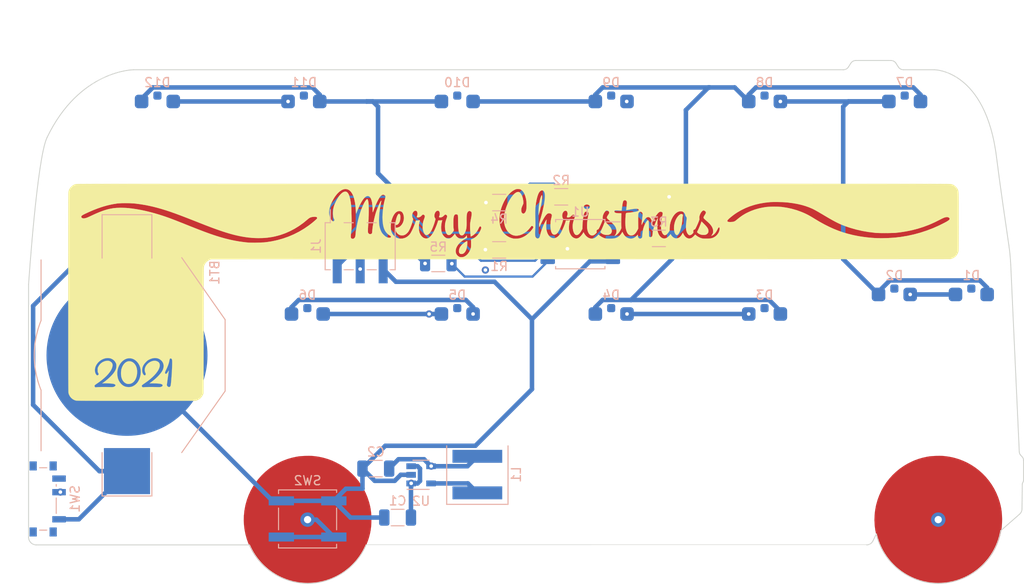
<source format=kicad_pcb>
(kicad_pcb (version 20171130) (host pcbnew "(5.1.10)-1")
  (layers (0 F.Cu signal) (1 In1.Cu signal) (2 In2.Cu signal) (31 B.Cu signal) (34 B.Paste user) (35 F.Paste user) (36 B.SilkS user) (37 F.SilkS user) (38 B.Mask user) (39 F.Mask user) (44 Edge.Cuts user))
  (net 0 "")
  (net 1 VCC)
  (net 2 GND)
  (net 3 SCK)
  (net 4 RST)
  (net 5 MISO)
  (net 6 "Net-(R3-Pad2)")
  (net 7 MOSI)
  (net 8 "Net-(R4-Pad2)")
  (net 9 "Net-(D1-Pad2)")
  (net 10 "Net-(D1-Pad1)")
  (net 11 "Net-(D10-Pad1)")
  (net 12 "Net-(D10-Pad2)")
  (net 13 +BATT)
  (net 14 "Net-(C1-Pad1)")
  (net 15 "Net-(L1-Pad1)")
  (module artwork:wheel (layer F.Cu) (at 158.6484 132.588)
    (fp_text reference G*** hide)
    (fp_text value LOGO hide)
    (fp_poly (pts (xy 0.410893 -7.042679) (xy 0.586747 -7.033844) (xy 0.650776 -7.028628) (xy 1.190526 -6.957419) (xy 1.717278 -6.846803) (xy 2.229372 -6.69816) (xy 2.72515 -6.51287) (xy 3.202951 -6.292311) (xy 3.661117 -6.037864) (xy 4.097987 -5.750908) (xy 4.511903 -5.432824) (xy 4.901205 -5.08499) (xy 5.264234 -4.708787) (xy 5.599329 -4.305594) (xy 5.904832 -3.876791) (xy 6.179083 -3.423757) (xy 6.420424 -2.947872) (xy 6.627193 -2.450516) (xy 6.797732 -1.933069) (xy 6.803408 -1.913267) (xy 6.895371 -1.5576) (xy 6.965177 -1.209538) (xy 7.014328 -0.857896) (xy 7.044322 -0.491491) (xy 7.056659 -0.099138) (xy 7.05713 -0.021166) (xy 7.048724 0.404941) (xy 7.020314 0.803402) (xy 6.970253 1.184717) (xy 6.896891 1.559388) (xy 6.79858 1.937915) (xy 6.700215 2.252502) (xy 6.510045 2.756273) (xy 6.283876 3.239487) (xy 6.023465 3.700738) (xy 5.730564 4.138621) (xy 5.406931 4.551729) (xy 5.054319 4.938658) (xy 4.674483 5.298003) (xy 4.269179 5.628356) (xy 3.840162 5.928314) (xy 3.389186 6.196471) (xy 2.918007 6.431421) (xy 2.428379 6.631758) (xy 1.922057 6.796078) (xy 1.400797 6.922975) (xy 0.866354 7.011042) (xy 0.739888 7.025859) (xy 0.600151 7.03784) (xy 0.431665 7.047334) (xy 0.245685 7.054137) (xy 0.053469 7.058047) (xy -0.133726 7.058863) (xy -0.304643 7.05638) (xy -0.448025 7.050396) (xy -0.483953 7.047891) (xy -1.038717 6.984673) (xy -1.575596 6.883245) (xy -2.095724 6.743214) (xy -2.600238 6.564189) (xy -3.090274 6.345779) (xy -3.566968 6.087591) (xy -3.926417 5.860916) (xy -4.36427 5.542469) (xy -4.772132 5.195424) (xy -5.149206 4.82184) (xy -5.494696 4.423776) (xy -5.807805 4.003289) (xy -6.087737 3.562439) (xy -6.333693 3.103285) (xy -6.544879 2.627885) (xy -6.720496 2.138299) (xy -6.859748 1.636583) (xy -6.961839 1.124798) (xy -7.025971 0.605002) (xy -7.051347 0.079253) (xy -7.037173 -0.450389) (xy -6.98265 -0.981866) (xy -6.88698 -1.51312) (xy -6.846964 -1.685108) (xy -6.697531 -2.205898) (xy -6.510097 -2.709742) (xy -6.286157 -3.194933) (xy -6.027206 -3.659764) (xy -5.734738 -4.102527) (xy -5.41025 -4.521515) (xy -5.055235 -4.915021) (xy -4.671188 -5.281335) (xy -4.259605 -5.618753) (xy -3.821981 -5.925564) (xy -3.35981 -6.200063) (xy -2.874586 -6.440542) (xy -2.57175 -6.568287) (xy -2.146573 -6.72089) (xy -1.714431 -6.844521) (xy -1.263631 -6.942299) (xy -1.005417 -6.985892) (xy -0.851617 -7.004951) (xy -0.665358 -7.020782) (xy -0.456409 -7.033131) (xy -0.23454 -7.041748) (xy -0.00952 -7.046379) (xy 0.208881 -7.046774) (xy 0.410893 -7.042679)) (layer F.Cu) (width 0.01))
  )
  (module artwork:wheel (layer F.Cu) (at 88.9254 132.588)
    (fp_text reference G*** hide)
    (fp_text value LOGO hide)
    (fp_poly (pts (xy 0.410893 -7.042679) (xy 0.586747 -7.033844) (xy 0.650776 -7.028628) (xy 1.190526 -6.957419) (xy 1.717278 -6.846803) (xy 2.229372 -6.69816) (xy 2.72515 -6.51287) (xy 3.202951 -6.292311) (xy 3.661117 -6.037864) (xy 4.097987 -5.750908) (xy 4.511903 -5.432824) (xy 4.901205 -5.08499) (xy 5.264234 -4.708787) (xy 5.599329 -4.305594) (xy 5.904832 -3.876791) (xy 6.179083 -3.423757) (xy 6.420424 -2.947872) (xy 6.627193 -2.450516) (xy 6.797732 -1.933069) (xy 6.803408 -1.913267) (xy 6.895371 -1.5576) (xy 6.965177 -1.209538) (xy 7.014328 -0.857896) (xy 7.044322 -0.491491) (xy 7.056659 -0.099138) (xy 7.05713 -0.021166) (xy 7.048724 0.404941) (xy 7.020314 0.803402) (xy 6.970253 1.184717) (xy 6.896891 1.559388) (xy 6.79858 1.937915) (xy 6.700215 2.252502) (xy 6.510045 2.756273) (xy 6.283876 3.239487) (xy 6.023465 3.700738) (xy 5.730564 4.138621) (xy 5.406931 4.551729) (xy 5.054319 4.938658) (xy 4.674483 5.298003) (xy 4.269179 5.628356) (xy 3.840162 5.928314) (xy 3.389186 6.196471) (xy 2.918007 6.431421) (xy 2.428379 6.631758) (xy 1.922057 6.796078) (xy 1.400797 6.922975) (xy 0.866354 7.011042) (xy 0.739888 7.025859) (xy 0.600151 7.03784) (xy 0.431665 7.047334) (xy 0.245685 7.054137) (xy 0.053469 7.058047) (xy -0.133726 7.058863) (xy -0.304643 7.05638) (xy -0.448025 7.050396) (xy -0.483953 7.047891) (xy -1.038717 6.984673) (xy -1.575596 6.883245) (xy -2.095724 6.743214) (xy -2.600238 6.564189) (xy -3.090274 6.345779) (xy -3.566968 6.087591) (xy -3.926417 5.860916) (xy -4.36427 5.542469) (xy -4.772132 5.195424) (xy -5.149206 4.82184) (xy -5.494696 4.423776) (xy -5.807805 4.003289) (xy -6.087737 3.562439) (xy -6.333693 3.103285) (xy -6.544879 2.627885) (xy -6.720496 2.138299) (xy -6.859748 1.636583) (xy -6.961839 1.124798) (xy -7.025971 0.605002) (xy -7.051347 0.079253) (xy -7.037173 -0.450389) (xy -6.98265 -0.981866) (xy -6.88698 -1.51312) (xy -6.846964 -1.685108) (xy -6.697531 -2.205898) (xy -6.510097 -2.709742) (xy -6.286157 -3.194933) (xy -6.027206 -3.659764) (xy -5.734738 -4.102527) (xy -5.41025 -4.521515) (xy -5.055235 -4.915021) (xy -4.671188 -5.281335) (xy -4.259605 -5.618753) (xy -3.821981 -5.925564) (xy -3.35981 -6.200063) (xy -2.874586 -6.440542) (xy -2.57175 -6.568287) (xy -2.146573 -6.72089) (xy -1.714431 -6.844521) (xy -1.263631 -6.942299) (xy -1.005417 -6.985892) (xy -0.851617 -7.004951) (xy -0.665358 -7.020782) (xy -0.456409 -7.033131) (xy -0.23454 -7.041748) (xy -0.00952 -7.046379) (xy 0.208881 -7.046774) (xy 0.410893 -7.042679)) (layer F.Cu) (width 0.01))
  )
  (module artwork:mask_front_additional (layer F.Cu) (at 113.0554 110.7186)
    (fp_text reference G*** hide)
    (fp_text value LOGO hide)
    (fp_poly (pts (xy -43.748258 -13.129672) (xy -43.205629 -13.086892) (xy -42.639562 -13.016562) (xy -42.053864 -12.919289) (xy -41.452345 -12.795683) (xy -40.838813 -12.646351) (xy -40.409756 -12.528428) (xy -40.207619 -12.469427) (xy -40.00733 -12.409096) (xy -39.806048 -12.346403) (xy -39.60093 -12.280316) (xy -39.389135 -12.209802) (xy -39.16782 -12.133828) (xy -38.934142 -12.051363) (xy -38.685261 -11.961375) (xy -38.418334 -11.86283) (xy -38.130518 -11.754697) (xy -37.818972 -11.635943) (xy -37.480854 -11.505536) (xy -37.113321 -11.362443) (xy -36.713531 -11.205633) (xy -36.278643 -11.034073) (xy -36.089167 -10.959085) (xy -35.616216 -10.77311) (xy -35.178367 -10.603836) (xy -34.772347 -10.450096) (xy -34.394881 -10.31072) (xy -34.042695 -10.184541) (xy -33.712515 -10.07039) (xy -33.401066 -9.967098) (xy -33.105076 -9.873497) (xy -32.821269 -9.788419) (xy -32.755417 -9.769372) (xy -32.102723 -9.596626) (xy -31.471273 -9.459649) (xy -30.859717 -9.358416) (xy -30.2667 -9.292898) (xy -29.690872 -9.263068) (xy -29.13088 -9.268898) (xy -28.585372 -9.310361) (xy -28.052995 -9.38743) (xy -27.532397 -9.500077) (xy -27.022226 -9.648274) (xy -27.008667 -9.65274) (xy -26.484984 -9.847746) (xy -25.971335 -10.082955) (xy -25.470207 -10.356916) (xy -24.984088 -10.668178) (xy -24.515462 -11.015289) (xy -24.152392 -11.319973) (xy -24.070029 -11.389273) (xy -23.988537 -11.451541) (xy -23.918895 -11.498699) (xy -23.882023 -11.518865) (xy -23.765091 -11.560337) (xy -23.63055 -11.591652) (xy -23.489423 -11.611781) (xy -23.352731 -11.61969) (xy -23.231495 -11.614348) (xy -23.136738 -11.594724) (xy -23.123904 -11.589831) (xy -23.074066 -11.563026) (xy -23.053661 -11.529078) (xy -23.0505 -11.490073) (xy -23.056869 -11.453915) (xy -23.078177 -11.412212) (xy -23.117725 -11.36146) (xy -23.178815 -11.298156) (xy -23.264748 -11.218795) (xy -23.378827 -11.119874) (xy -23.477729 -11.03667) (xy -23.983176 -10.64235) (xy -24.511577 -10.282881) (xy -25.060965 -9.958891) (xy -25.629375 -9.671011) (xy -26.21484 -9.419869) (xy -26.815391 -9.206096) (xy -27.429064 -9.030321) (xy -28.053891 -8.893173) (xy -28.687905 -8.795282) (xy -29.32914 -8.737278) (xy -29.975629 -8.71979) (xy -30.625405 -8.743447) (xy -30.63875 -8.744367) (xy -31.24227 -8.802684) (xy -31.868784 -8.895249) (xy -32.518552 -9.022121) (xy -33.191834 -9.183359) (xy -33.888889 -9.379024) (xy -34.609978 -9.609174) (xy -34.9885 -9.740357) (xy -35.160045 -9.801697) (xy -35.327687 -9.862428) (xy -35.49546 -9.924108) (xy -35.6674 -9.988292) (xy -35.847544 -10.056536) (xy -36.039928 -10.130395) (xy -36.248586 -10.211426) (xy -36.477554 -10.301184) (xy -36.730869 -10.401224) (xy -37.012566 -10.513104) (xy -37.326681 -10.638377) (xy -37.56025 -10.731766) (xy -37.899294 -10.867164) (xy -38.203329 -10.987937) (xy -38.476472 -11.095631) (xy -38.722837 -11.191794) (xy -38.946539 -11.277971) (xy -39.151694 -11.35571) (xy -39.342415 -11.426557) (xy -39.522819 -11.492059) (xy -39.697019 -11.553763) (xy -39.869132 -11.613215) (xy -40.043272 -11.671961) (xy -40.197228 -11.722914) (xy -40.772711 -11.90446) (xy -41.323532 -12.062394) (xy -41.858697 -12.198762) (xy -42.387213 -12.315613) (xy -42.918089 -12.414994) (xy -43.460331 -12.498951) (xy -43.815 -12.545232) (xy -43.964928 -12.559808) (xy -44.14318 -12.571131) (xy -44.341866 -12.579202) (xy -44.553092 -12.584017) (xy -44.768965 -12.585577) (xy -44.981593 -12.58388) (xy -45.183084 -12.578924) (xy -45.365545 -12.570709) (xy -45.521083 -12.559232) (xy -45.635334 -12.545525) (xy -45.928075 -12.492571) (xy -46.220301 -12.424657) (xy -46.517573 -12.339907) (xy -46.825452 -12.236445) (xy -47.1495 -12.112394) (xy -47.495278 -11.965879) (xy -47.868349 -11.795022) (xy -47.889584 -11.78497) (xy -48.0248 -11.721163) (xy -48.155057 -11.660251) (xy -48.272844 -11.605704) (xy -48.370649 -11.560993) (xy -48.440962 -11.529588) (xy -48.460684 -11.521118) (xy -48.579336 -11.478244) (xy -48.703805 -11.444914) (xy -48.821744 -11.423608) (xy -48.920802 -11.416803) (xy -48.963416 -11.420248) (xy -49.048075 -11.44816) (xy -49.116961 -11.496069) (xy -49.160287 -11.555485) (xy -49.170167 -11.599591) (xy -49.159834 -11.656017) (xy -49.126206 -11.71031) (xy -49.06534 -11.765816) (xy -48.973292 -11.825877) (xy -48.846119 -11.89384) (xy -48.791832 -11.920474) (xy -48.216607 -12.186401) (xy -47.663587 -12.418404) (xy -47.130496 -12.617096) (xy -46.615062 -12.783093) (xy -46.11501 -12.917009) (xy -45.628066 -13.019458) (xy -45.151958 -13.091055) (xy -44.68441 -13.132414) (xy -44.263639 -13.144291) (xy -43.748258 -13.129672)) (layer F.Cu) (width 0.01))
    (fp_poly (pts (xy -19.728393 -14.654018) (xy -19.606668 -14.604488) (xy -19.460344 -14.509244) (xy -19.327194 -14.374564) (xy -19.207533 -14.201341) (xy -19.101675 -13.990473) (xy -19.009933 -13.742853) (xy -18.932622 -13.459378) (xy -18.870057 -13.140944) (xy -18.822551 -12.788445) (xy -18.790418 -12.402777) (xy -18.782659 -12.255661) (xy -18.768483 -11.94151) (xy -18.622891 -12.30488) (xy -18.479062 -12.647657) (xy -18.338667 -12.949567) (xy -18.201819 -13.21045) (xy -18.068631 -13.430145) (xy -17.939218 -13.608492) (xy -17.813692 -13.74533) (xy -17.692169 -13.840498) (xy -17.574761 -13.893837) (xy -17.487908 -13.906302) (xy -17.376226 -13.889355) (xy -17.277783 -13.837486) (xy -17.192278 -13.749926) (xy -17.119409 -13.625908) (xy -17.058874 -13.464663) (xy -17.010373 -13.265423) (xy -16.973603 -13.027421) (xy -16.948263 -12.749887) (xy -16.936079 -12.500719) (xy -16.92275 -12.100354) (xy -16.809434 -12.405469) (xy -16.688007 -12.718985) (xy -16.567008 -13.005117) (xy -16.447586 -13.261732) (xy -16.330893 -13.486698) (xy -16.218077 -13.677882) (xy -16.110289 -13.833154) (xy -16.008678 -13.95038) (xy -15.946775 -14.004946) (xy -15.850744 -14.055111) (xy -15.752231 -14.065531) (xy -15.658121 -14.037745) (xy -15.5753 -13.973293) (xy -15.530424 -13.911857) (xy -15.517352 -13.889888) (xy -15.508216 -13.870513) (xy -15.503881 -13.847972) (xy -15.505214 -13.816504) (xy -15.513078 -13.770349) (xy -15.528341 -13.703747) (xy -15.551868 -13.610936) (xy -15.584523 -13.486156) (xy -15.607558 -13.3985) (xy -15.657506 -13.192852) (xy -15.70323 -12.970966) (xy -15.746287 -12.724528) (xy -15.788236 -12.445223) (xy -15.794021 -12.403667) (xy -15.803842 -12.304892) (xy -15.811653 -12.167123) (xy -15.817345 -11.993656) (xy -15.820806 -11.787787) (xy -15.821928 -11.567584) (xy -15.821734 -11.381762) (xy -15.820813 -11.231833) (xy -15.818806 -11.111355) (xy -15.815358 -11.01389) (xy -15.810111 -10.932997) (xy -15.802707 -10.862236) (xy -15.792789 -10.795168) (xy -15.779999 -10.725353) (xy -15.773347 -10.691988) (xy -15.703349 -10.416095) (xy -15.612329 -10.174835) (xy -15.500695 -9.968886) (xy -15.368859 -9.798924) (xy -15.217231 -9.66563) (xy -15.112831 -9.601365) (xy -15.006181 -9.539089) (xy -14.93796 -9.484133) (xy -14.905414 -9.434005) (xy -14.901658 -9.410186) (xy -14.919698 -9.344509) (xy -14.969221 -9.300551) (xy -15.045017 -9.278912) (xy -15.141877 -9.280196) (xy -15.254593 -9.305004) (xy -15.377956 -9.353939) (xy -15.379954 -9.354905) (xy -15.576631 -9.473424) (xy -15.748827 -9.626168) (xy -15.89629 -9.812647) (xy -16.018764 -10.032368) (xy -16.115996 -10.284843) (xy -16.187732 -10.569579) (xy -16.233718 -10.886085) (xy -16.245258 -11.027834) (xy -16.25045 -11.210994) (xy -16.245485 -11.428021) (xy -16.231054 -11.67186) (xy -16.207849 -11.935456) (xy -16.176559 -12.211757) (xy -16.137876 -12.493709) (xy -16.092491 -12.774256) (xy -16.05371 -12.98337) (xy -16.030296 -13.105245) (xy -16.010638 -13.213037) (xy -15.995921 -13.299781) (xy -15.987331 -13.358512) (xy -15.98589 -13.38192) (xy -15.999324 -13.380869) (xy -16.026275 -13.345311) (xy -16.064515 -13.280037) (xy -16.111817 -13.189836) (xy -16.165952 -13.0795) (xy -16.224694 -12.953818) (xy -16.285814 -12.81758) (xy -16.347084 -12.675577) (xy -16.406277 -12.532598) (xy -16.461165 -12.393433) (xy -16.509521 -12.262874) (xy -16.51946 -12.234635) (xy -16.577263 -12.055438) (xy -16.635866 -11.849621) (xy -16.693911 -11.62401) (xy -16.750036 -11.385433) (xy -16.802882 -11.140717) (xy -16.851088 -10.89669) (xy -16.893295 -10.660179) (xy -16.928143 -10.438012) (xy -16.954272 -10.237015) (xy -16.970321 -10.064017) (xy -16.975007 -9.947752) (xy -16.982414 -9.860839) (xy -17.001507 -9.795984) (xy -17.008702 -9.783589) (xy -17.065707 -9.728803) (xy -17.141407 -9.688306) (xy -17.212741 -9.673246) (xy -17.282111 -9.690333) (xy -17.354448 -9.734035) (xy -17.413364 -9.793316) (xy -17.429723 -9.819347) (xy -17.444287 -9.862323) (xy -17.454443 -9.928232) (xy -17.460167 -10.019787) (xy -17.461439 -10.139699) (xy -17.458235 -10.29068) (xy -17.450535 -10.475441) (xy -17.438316 -10.696695) (xy -17.421556 -10.957153) (xy -17.420349 -10.974917) (xy -17.407962 -11.181979) (xy -17.397622 -11.405982) (xy -17.389385 -11.64071) (xy -17.383308 -11.87995) (xy -17.379449 -12.117486) (xy -17.377864 -12.347104) (xy -17.378611 -12.56259) (xy -17.381746 -12.757729) (xy -17.387328 -12.926306) (xy -17.395411 -13.062107) (xy -17.400677 -13.118194) (xy -17.423914 -13.283986) (xy -17.452213 -13.408337) (xy -17.485915 -13.491876) (xy -17.525363 -13.535231) (xy -17.570899 -13.539032) (xy -17.614816 -13.511481) (xy -17.681607 -13.436755) (xy -17.757459 -13.326239) (xy -17.839992 -13.184901) (xy -17.926823 -13.017708) (xy -18.015571 -12.829628) (xy -18.103854 -12.625628) (xy -18.189291 -12.410675) (xy -18.269501 -12.189738) (xy -18.317614 -12.045557) (xy -18.381857 -11.835521) (xy -18.445952 -11.606728) (xy -18.508693 -11.364992) (xy -18.568872 -11.116124) (xy -18.625281 -10.865939) (xy -18.676711 -10.620248) (xy -18.721956 -10.384866) (xy -18.759806 -10.165604) (xy -18.789055 -9.968276) (xy -18.808494 -9.798696) (xy -18.816916 -9.662675) (xy -18.817171 -9.641417) (xy -18.825555 -9.507736) (xy -18.85286 -9.402271) (xy -18.903143 -9.313603) (xy -18.954402 -9.255195) (xy -19.012117 -9.202293) (xy -19.058393 -9.175154) (xy -19.107866 -9.166189) (xy -19.12659 -9.165917) (xy -19.195049 -9.173749) (xy -19.253899 -9.191913) (xy -19.259337 -9.194705) (xy -19.306993 -9.231864) (xy -19.340315 -9.285336) (xy -19.359727 -9.359506) (xy -19.365653 -9.458761) (xy -19.358518 -9.587486) (xy -19.338746 -9.750067) (xy -19.323027 -9.853084) (xy -19.30611 -9.987794) (xy -19.292115 -10.159159) (xy -19.281016 -10.361601) (xy -19.272789 -10.589546) (xy -19.267409 -10.837416) (xy -19.264851 -11.099634) (xy -19.26509 -11.370626) (xy -19.268101 -11.644814) (xy -19.273859 -11.916622) (xy -19.282339 -12.180474) (xy -19.293517 -12.430793) (xy -19.307367 -12.662003) (xy -19.323864 -12.868528) (xy -19.33708 -12.996334) (xy -19.380197 -13.311109) (xy -19.431946 -13.586344) (xy -19.492206 -13.821694) (xy -19.560858 -14.016818) (xy -19.63778 -14.171371) (xy -19.722854 -14.285011) (xy -19.812 -14.355249) (xy -19.906671 -14.384399) (xy -20.019899 -14.380928) (xy -20.144013 -14.345445) (xy -20.188989 -14.325388) (xy -20.302336 -14.253224) (xy -20.424136 -14.145234) (xy -20.550664 -14.006136) (xy -20.678194 -13.840646) (xy -20.803001 -13.653483) (xy -20.921357 -13.449363) (xy -20.99627 -13.30325) (xy -21.085087 -13.111658) (xy -21.154272 -12.939907) (xy -21.208895 -12.773461) (xy -21.254026 -12.597781) (xy -21.27307 -12.5095) (xy -21.291288 -12.413698) (xy -21.303405 -12.328106) (xy -21.31018 -12.240898) (xy -21.312369 -12.140249) (xy -21.310732 -12.014332) (xy -21.309014 -11.948584) (xy -21.301217 -11.775395) (xy -21.287766 -11.636594) (xy -21.267036 -11.524425) (xy -21.237399 -11.431135) (xy -21.19723 -11.348969) (xy -21.176109 -11.314812) (xy -21.152375 -11.265774) (xy -21.157164 -11.221559) (xy -21.163679 -11.205856) (xy -21.203653 -11.157884) (xy -21.26538 -11.120957) (xy -21.33043 -11.104413) (xy -21.359028 -11.106854) (xy -21.400751 -11.133746) (xy -21.454038 -11.191402) (xy -21.513091 -11.271976) (xy -21.572114 -11.367624) (xy -21.6212 -11.46175) (xy -21.705428 -11.685853) (xy -21.751459 -11.923303) (xy -21.759218 -12.17477) (xy -21.728634 -12.440925) (xy -21.659632 -12.722439) (xy -21.55214 -13.019982) (xy -21.419876 -13.307094) (xy -21.286859 -13.555781) (xy -21.15379 -13.772111) (xy -21.014038 -13.965547) (xy -20.860972 -14.145551) (xy -20.754607 -14.256428) (xy -20.570916 -14.423547) (xy -20.394348 -14.5497) (xy -20.223359 -14.635354) (xy -20.056401 -14.68098) (xy -19.891928 -14.687045) (xy -19.728393 -14.654018)) (layer F.Cu) (width 0.01))
    (fp_poly (pts (xy -12.140439 -12.288051) (xy -12.066379 -12.243045) (xy -12.007887 -12.164257) (xy -11.983553 -12.088531) (xy -11.972286 -11.989317) (xy -11.974032 -11.883379) (xy -11.988738 -11.787477) (xy -12.009278 -11.73022) (xy -12.032721 -11.667321) (xy -12.040217 -11.607956) (xy -12.039812 -11.60322) (xy -12.021241 -11.55997) (xy -11.976112 -11.540113) (xy -11.901213 -11.543188) (xy -11.795085 -11.568223) (xy -11.720165 -11.595406) (xy -11.654629 -11.63406) (xy -11.58424 -11.693414) (xy -11.548453 -11.728076) (xy -11.485804 -11.787387) (xy -11.430349 -11.834659) (xy -11.391773 -11.861783) (xy -11.385262 -11.86468) (xy -11.334206 -11.862551) (xy -11.271702 -11.836113) (xy -11.213576 -11.793434) (xy -11.187869 -11.764078) (xy -11.164277 -11.71642) (xy -11.157459 -11.658949) (xy -11.168235 -11.584122) (xy -11.19742 -11.48439) (xy -11.227196 -11.401179) (xy -11.287999 -11.232358) (xy -11.332717 -11.090331) (xy -11.36357 -10.963719) (xy -11.382777 -10.841147) (xy -11.392559 -10.711237) (xy -11.395137 -10.562612) (xy -11.395057 -10.541) (xy -11.392743 -10.399203) (xy -11.386832 -10.288121) (xy -11.37618 -10.196207) (xy -11.359646 -10.111913) (xy -11.348067 -10.066235) (xy -11.289371 -9.890975) (xy -11.219726 -9.756029) (xy -11.140595 -9.661239) (xy -11.053441 -9.606447) (xy -10.959726 -9.591494) (xy -10.860913 -9.616222) (xy -10.758465 -9.680474) (xy -10.653845 -9.784089) (xy -10.548515 -9.926911) (xy -10.443939 -10.10878) (xy -10.414695 -10.167289) (xy -10.296666 -10.426576) (xy -10.194257 -10.688162) (xy -10.101208 -10.968595) (xy -10.0635 -11.095677) (xy -9.990078 -11.350767) (xy -10.053873 -11.478431) (xy -10.093548 -11.569378) (xy -10.112873 -11.650788) (xy -10.117667 -11.739504) (xy -10.104453 -11.877945) (xy -10.067596 -12.004154) (xy -10.011276 -12.113353) (xy -9.939673 -12.200764) (xy -9.856966 -12.261607) (xy -9.767335 -12.291104) (xy -9.674958 -12.284475) (xy -9.648966 -12.27541) (xy -9.587191 -12.22839) (xy -9.541196 -12.150819) (xy -9.512711 -12.052082) (xy -9.503469 -11.941562) (xy -9.515201 -11.828645) (xy -9.547731 -11.72686) (xy -9.578238 -11.638285) (xy -9.576772 -11.577252) (xy -9.543253 -11.543467) (xy -9.496689 -11.535834) (xy -9.435881 -11.541998) (xy -9.357379 -11.557746) (xy -9.311884 -11.569847) (xy -9.244586 -11.594621) (xy -9.185208 -11.63005) (xy -9.121382 -11.684693) (xy -9.067222 -11.73918) (xy -9.006556 -11.799762) (xy -8.954969 -11.84633) (xy -8.92053 -11.871799) (xy -8.913084 -11.8745) (xy -8.839718 -11.856871) (xy -8.767292 -11.811623) (xy -8.713024 -11.750216) (xy -8.705564 -11.736379) (xy -8.686663 -11.692971) (xy -8.680369 -11.657617) (xy -8.687585 -11.615939) (xy -8.709213 -11.553562) (xy -8.718581 -11.528834) (xy -8.818646 -11.239293) (xy -8.888398 -10.973398) (xy -8.928412 -10.725845) (xy -8.939262 -10.49133) (xy -8.921521 -10.264549) (xy -8.878614 -10.051069) (xy -8.822041 -9.878812) (xy -8.753037 -9.746727) (xy -8.673212 -9.655051) (xy -8.584176 -9.604018) (xy -8.487538 -9.593865) (xy -8.38491 -9.624826) (xy -8.2779 -9.697137) (xy -8.16812 -9.811034) (xy -8.078251 -9.933969) (xy -7.964323 -10.107084) (xy -7.994669 -10.329334) (xy -8.005926 -10.440274) (xy -8.013651 -10.576493) (xy -8.017991 -10.730277) (xy -8.019093 -10.893917) (xy -8.017103 -11.059701) (xy -8.012167 -11.219918) (xy -8.004433 -11.366857) (xy -7.994046 -11.492805) (xy -7.981153 -11.590053) (xy -7.969767 -11.640026) (xy -7.944109 -11.712892) (xy -7.917455 -11.775226) (xy -7.903549 -11.800806) (xy -7.842133 -11.858676) (xy -7.758466 -11.889717) (xy -7.664858 -11.891545) (xy -7.577602 -11.863883) (xy -7.538415 -11.835911) (xy -7.510137 -11.794733) (xy -7.491675 -11.734637) (xy -7.481939 -11.649911) (xy -7.479836 -11.534843) (xy -7.484275 -11.383721) (xy -7.484562 -11.377084) (xy -7.487543 -11.251688) (xy -7.487193 -11.099745) (xy -7.4839 -10.930264) (xy -7.478051 -10.752256) (xy -7.470033 -10.574731) (xy -7.460234 -10.406701) (xy -7.449041 -10.257176) (xy -7.43684 -10.135165) (xy -7.428626 -10.075334) (xy -7.390528 -9.893602) (xy -7.341522 -9.752648) (xy -7.281633 -9.652535) (xy -7.26845 -9.637525) (xy -7.224941 -9.596344) (xy -7.183691 -9.575385) (xy -7.127231 -9.568008) (xy -7.083779 -9.567334) (xy -7.007901 -9.571001) (xy -6.955173 -9.586155) (xy -6.906738 -9.619025) (xy -6.893833 -9.630088) (xy -6.81277 -9.723633) (xy -6.738157 -9.853949) (xy -6.672136 -10.015695) (xy -6.616851 -10.203527) (xy -6.574447 -10.412105) (xy -6.570802 -10.435167) (xy -6.560352 -10.515614) (xy -6.553139 -10.603927) (xy -6.548994 -10.707048) (xy -6.547747 -10.831919) (xy -6.54923 -10.985481) (xy -6.553044 -11.165417) (xy -6.556914 -11.370847) (xy -6.556876 -11.540061) (xy -6.552297 -11.679052) (xy -6.542542 -11.793811) (xy -6.52698 -11.890329) (xy -6.504976 -11.974598) (xy -6.475897 -12.052609) (xy -6.454238 -12.100047) (xy -6.392995 -12.186698) (xy -6.315181 -12.238851) (xy -6.228788 -12.256486) (xy -6.141807 -12.239586) (xy -6.06223 -12.188132) (xy -5.998048 -12.102104) (xy -5.997539 -12.101123) (xy -5.978286 -12.030549) (xy -5.973681 -11.925222) (xy -5.98344 -11.790003) (xy -6.007279 -11.62975) (xy -6.032454 -11.504084) (xy -6.073374 -11.313715) (xy -6.104839 -11.154946) (xy -6.12784 -11.018354) (xy -6.14337 -10.894513) (xy -6.152421 -10.774002) (xy -6.155985 -10.647395) (xy -6.155054 -10.50527) (xy -6.151667 -10.371667) (xy -6.146341 -10.22491) (xy -6.139361 -10.074709) (xy -6.131173 -9.927272) (xy -6.12222 -9.788806) (xy -6.112947 -9.66552) (xy -6.103799 -9.563622) (xy -6.09522 -9.489319) (xy -6.087655 -9.448821) (xy -6.085209 -9.443653) (xy -6.061726 -9.44741) (xy -6.012135 -9.470509) (xy -5.944928 -9.507902) (xy -5.868596 -9.554543) (xy -5.791633 -9.605384) (xy -5.72253 -9.655376) (xy -5.702639 -9.671037) (xy -5.601299 -9.76183) (xy -5.508863 -9.864999) (xy -5.419857 -9.987963) (xy -5.328806 -10.138138) (xy -5.250099 -10.284239) (xy -5.193571 -10.391735) (xy -5.151268 -10.466841) (xy -5.119094 -10.515334) (xy -5.092957 -10.542988) (xy -5.068761 -10.555579) (xy -5.055998 -10.558044) (xy -4.999133 -10.545375) (xy -4.9503 -10.501054) (xy -4.918315 -10.435755) (xy -4.910667 -10.382083) (xy -4.921001 -10.331899) (xy -4.949354 -10.253574) (xy -4.991752 -10.15514) (xy -5.044222 -10.044628) (xy -5.102789 -9.930069) (xy -5.163481 -9.819495) (xy -5.222324 -9.720938) (xy -5.275343 -9.642428) (xy -5.279111 -9.63739) (xy -5.442262 -9.456021) (xy -5.634301 -9.304947) (xy -5.852707 -9.186088) (xy -5.89859 -9.16665) (xy -6.043084 -9.108116) (xy -6.043257 -8.665683) (xy -6.043459 -8.517833) (xy -6.044465 -8.404728) (xy -6.047071 -8.318778) (xy -6.052074 -8.252396) (xy -6.060268 -8.197992) (xy -6.07245 -8.147977) (xy -6.089417 -8.094764) (xy -6.108976 -8.039153) (xy -6.205825 -7.813688) (xy -6.325576 -7.613635) (xy -6.464994 -7.443042) (xy -6.620842 -7.30596) (xy -6.764983 -7.218236) (xy -6.853449 -7.178288) (xy -6.929503 -7.155158) (xy -7.013951 -7.143695) (xy -7.08025 -7.140165) (xy -7.218643 -7.142572) (xy -7.323111 -7.161569) (xy -7.339895 -7.167223) (xy -7.437046 -7.218869) (xy -7.536411 -7.298229) (xy -7.625538 -7.393304) (xy -7.691978 -7.492094) (xy -7.704926 -7.519033) (xy -7.754265 -7.685728) (xy -7.759275 -7.777416) (xy -7.385602 -7.777416) (xy -7.382613 -7.717382) (xy -7.371338 -7.673672) (xy -7.349598 -7.633373) (xy -7.340908 -7.620309) (xy -7.264661 -7.540413) (xy -7.172368 -7.499227) (xy -7.066174 -7.497237) (xy -6.95325 -7.532604) (xy -6.874143 -7.582903) (xy -6.78959 -7.659429) (xy -6.711561 -7.749821) (xy -6.652028 -7.841722) (xy -6.649976 -7.845694) (xy -6.60149 -7.96108) (xy -6.557212 -8.104428) (xy -6.521048 -8.261369) (xy -6.498634 -8.402612) (xy -6.486749 -8.522295) (xy -6.479813 -8.637973) (xy -6.477827 -8.741698) (xy -6.480797 -8.825519) (xy -6.488724 -8.881489) (xy -6.498423 -8.900742) (xy -6.534053 -8.900048) (xy -6.594002 -8.874514) (xy -6.672088 -8.828654) (xy -6.762128 -8.766985) (xy -6.857941 -8.694023) (xy -6.953346 -8.614285) (xy -7.04216 -8.532286) (xy -7.118202 -8.452543) (xy -7.128917 -8.440123) (xy -7.241648 -8.29128) (xy -7.318997 -8.149381) (xy -7.364864 -8.005602) (xy -7.382485 -7.866688) (xy -7.385602 -7.777416) (xy -7.759275 -7.777416) (xy -7.763935 -7.862665) (xy -7.734583 -8.047174) (xy -7.666855 -8.236582) (xy -7.561397 -8.428217) (xy -7.446893 -8.58555) (xy -7.315741 -8.727892) (xy -7.15389 -8.87217) (xy -6.971773 -9.010293) (xy -6.779819 -9.134172) (xy -6.642675 -9.209347) (xy -6.519334 -9.27161) (xy -6.520004 -9.41418) (xy -6.520675 -9.55675) (xy -6.566483 -9.49325) (xy -6.686663 -9.356525) (xy -6.821233 -9.257177) (xy -6.96684 -9.196241) (xy -7.120131 -9.174747) (xy -7.277754 -9.193728) (xy -7.400087 -9.23663) (xy -7.539411 -9.320784) (xy -7.665806 -9.437646) (xy -7.769343 -9.577697) (xy -7.785699 -9.606304) (xy -7.847392 -9.719357) (xy -7.942536 -9.59572) (xy -8.078919 -9.43671) (xy -8.21258 -9.318935) (xy -8.345616 -9.241571) (xy -8.480126 -9.203797) (xy -8.618207 -9.204789) (xy -8.761957 -9.243724) (xy -8.799525 -9.259514) (xy -8.941594 -9.345405) (xy -9.070146 -9.467055) (xy -9.18103 -9.618942) (xy -9.270096 -9.795542) (xy -9.325008 -9.958917) (xy -9.356877 -10.128399) (xy -9.371835 -10.324384) (xy -9.370263 -10.534733) (xy -9.35254 -10.747306) (xy -9.319047 -10.949966) (xy -9.290349 -11.065942) (xy -9.271173 -11.135732) (xy -9.258656 -11.186687) (xy -9.255421 -11.208102) (xy -9.255503 -11.208181) (xy -9.277315 -11.208648) (xy -9.33225 -11.207359) (xy -9.411145 -11.204575) (xy -9.474798 -11.201918) (xy -9.689179 -11.192451) (xy -9.735557 -11.030767) (xy -9.788819 -10.863875) (xy -9.857085 -10.678952) (xy -9.936627 -10.484027) (xy -10.023722 -10.287128) (xy -10.114641 -10.09628) (xy -10.205659 -9.919512) (xy -10.293051 -9.764851) (xy -10.373089 -9.640325) (xy -10.394861 -9.610374) (xy -10.526489 -9.452429) (xy -10.65421 -9.334418) (xy -10.780861 -9.254483) (xy -10.909282 -9.210766) (xy -11.020543 -9.200672) (xy -11.177872 -9.223396) (xy -11.32492 -9.28509) (xy -11.459051 -9.383088) (xy -11.577632 -9.514724) (xy -11.678029 -9.67733) (xy -11.757609 -9.868242) (xy -11.790469 -9.980084) (xy -11.823811 -10.167936) (xy -11.836639 -10.380936) (xy -11.829384 -10.607439) (xy -11.802475 -10.835803) (xy -11.756341 -11.054385) (xy -11.749959 -11.077876) (xy -11.709511 -11.223168) (xy -11.786714 -11.2104) (xy -11.849364 -11.203616) (xy -11.934089 -11.198896) (xy -12.007456 -11.1974) (xy -12.098087 -11.193382) (xy -12.147931 -11.181589) (xy -12.158619 -11.170709) (xy -12.23127 -10.937216) (xy -12.314026 -10.703598) (xy -12.40426 -10.475444) (xy -12.49934 -10.258341) (xy -12.596638 -10.057878) (xy -12.693523 -9.879644) (xy -12.787366 -9.729226) (xy -12.875538 -9.612213) (xy -12.909394 -9.575236) (xy -13.078915 -9.42506) (xy -13.25483 -9.314323) (xy -13.443413 -9.240132) (xy -13.650939 -9.199592) (xy -13.739964 -9.192189) (xy -13.901231 -9.190006) (xy -14.039465 -9.205274) (xy -14.171471 -9.241125) (xy -14.308667 -9.298154) (xy -14.465119 -9.394003) (xy -14.605817 -9.524965) (xy -14.726878 -9.685518) (xy -14.824416 -9.870137) (xy -14.894548 -10.073302) (xy -14.914139 -10.158942) (xy -14.941766 -10.387516) (xy -14.941527 -10.636363) (xy -14.923187 -10.817939) (xy -14.423628 -10.817939) (xy -14.42229 -10.775842) (xy -14.413244 -10.75062) (xy -14.396585 -10.736102) (xy -14.38621 -10.731246) (xy -14.307575 -10.720774) (xy -14.218681 -10.745048) (xy -14.139334 -10.793547) (xy -14.064012 -10.872326) (xy -13.999744 -10.97757) (xy -13.947429 -11.102194) (xy -13.90797 -11.239112) (xy -13.882267 -11.381237) (xy -13.871222 -11.521484) (xy -13.875736 -11.652765) (xy -13.896709 -11.767996) (xy -13.935044 -11.860089) (xy -13.991641 -11.92196) (xy -13.995508 -11.924474) (xy -14.040123 -11.93044) (xy -14.089296 -11.89851) (xy -14.141169 -11.83263) (xy -14.193882 -11.736749) (xy -14.245576 -11.614812) (xy -14.294392 -11.470769) (xy -14.33847 -11.308567) (xy -14.375951 -11.132152) (xy -14.380455 -11.107173) (xy -14.402805 -10.977434) (xy -14.417165 -10.883079) (xy -14.423628 -10.817939) (xy -14.923187 -10.817939) (xy -14.915335 -10.895665) (xy -14.865103 -11.155609) (xy -14.792746 -11.406378) (xy -14.700175 -11.638157) (xy -14.589306 -11.84113) (xy -14.584836 -11.848025) (xy -14.469704 -11.999446) (xy -14.346602 -12.116439) (xy -14.219047 -12.198608) (xy -14.090552 -12.24556) (xy -13.964635 -12.256899) (xy -13.84481 -12.232229) (xy -13.734593 -12.171156) (xy -13.637499 -12.073285) (xy -13.568588 -11.962215) (xy -13.500712 -11.780836) (xy -13.46891 -11.583577) (xy -13.472949 -11.376327) (xy -13.512595 -11.164973) (xy -13.587615 -10.955405) (xy -13.61045 -10.906855) (xy -13.716705 -10.728634) (xy -13.84103 -10.587901) (xy -13.982774 -10.485143) (xy -14.141285 -10.420847) (xy -14.292792 -10.396549) (xy -14.365307 -10.391543) (xy -14.409783 -10.381645) (xy -14.430428 -10.35886) (xy -14.431452 -10.315189) (xy -14.417062 -10.242634) (xy -14.403695 -10.185792) (xy -14.357868 -10.035942) (xy -14.293198 -9.910017) (xy -14.200365 -9.790693) (xy -14.178309 -9.766846) (xy -14.065778 -9.666344) (xy -13.947339 -9.601068) (xy -13.812337 -9.566515) (xy -13.68425 -9.557959) (xy -13.54577 -9.567782) (xy -13.422493 -9.601838) (xy -13.305479 -9.664334) (xy -13.185788 -9.759476) (xy -13.118784 -9.823993) (xy -13.047597 -9.900391) (xy -12.989626 -9.974935) (xy -12.936365 -10.060246) (xy -12.879309 -10.168941) (xy -12.860793 -10.206731) (xy -12.773078 -10.400961) (xy -12.686379 -10.61705) (xy -12.606603 -10.838935) (xy -12.539657 -11.05055) (xy -12.508046 -11.166135) (xy -12.459578 -11.357352) (xy -12.514736 -11.473051) (xy -12.548222 -11.553779) (xy -12.574431 -11.63565) (xy -12.58373 -11.677753) (xy -12.585533 -11.799562) (xy -12.559226 -11.93123) (xy -12.509024 -12.055281) (xy -12.481585 -12.101268) (xy -12.398511 -12.201795) (xy -12.310979 -12.266831) (xy -12.223464 -12.295782) (xy -12.140439 -12.288051)) (layer F.Cu) (width 0.01))
    (fp_poly (pts (xy -0.664437 -14.668583) (xy -0.521393 -14.600621) (xy -0.390464 -14.495832) (xy -0.272633 -14.355716) (xy -0.168882 -14.181773) (xy -0.080192 -13.975504) (xy -0.007544 -13.738409) (xy 0.048078 -13.471989) (xy 0.085694 -13.177743) (xy 0.096361 -13.038667) (xy 0.101266 -12.830214) (xy 0.090367 -12.635069) (xy 0.064957 -12.457123) (xy 0.02633 -12.300268) (xy -0.02422 -12.168392) (xy -0.085398 -12.065387) (xy -0.155911 -11.995142) (xy -0.234464 -11.961549) (xy -0.262698 -11.959167) (xy -0.352712 -11.970642) (xy -0.415756 -12.008577) (xy -0.454291 -12.063467) (xy -0.505423 -12.205358) (xy -0.519165 -12.361948) (xy -0.495409 -12.5345) (xy -0.434045 -12.724276) (xy -0.388979 -12.826539) (xy -0.333142 -12.953417) (xy -0.297961 -13.062701) (xy -0.281679 -13.167893) (xy -0.282539 -13.2825) (xy -0.298785 -13.420025) (xy -0.305935 -13.464981) (xy -0.350042 -13.680537) (xy -0.406559 -13.872867) (xy -0.473602 -14.037513) (xy -0.549284 -14.170018) (xy -0.631719 -14.265922) (xy -0.651768 -14.28259) (xy -0.74873 -14.331912) (xy -0.861209 -14.348058) (xy -0.977155 -14.329974) (xy -1.01813 -14.31457) (xy -1.16242 -14.230986) (xy -1.308337 -14.109304) (xy -1.453757 -13.953594) (xy -1.596558 -13.767927) (xy -1.734614 -13.556371) (xy -1.865802 -13.322997) (xy -1.987998 -13.071873) (xy -2.099078 -12.807069) (xy -2.196918 -12.532655) (xy -2.279394 -12.252701) (xy -2.344383 -11.971276) (xy -2.389759 -11.692449) (xy -2.390747 -11.684556) (xy -2.412784 -11.37611) (xy -2.401985 -11.078566) (xy -2.359372 -10.795549) (xy -2.285965 -10.530687) (xy -2.182787 -10.287607) (xy -2.050857 -10.069937) (xy -1.891198 -9.881303) (xy -1.879952 -9.870199) (xy -1.702858 -9.724224) (xy -1.511839 -9.618028) (xy -1.307841 -9.551754) (xy -1.091813 -9.525547) (xy -0.864703 -9.539551) (xy -0.627457 -9.59391) (xy -0.460015 -9.654331) (xy -0.276528 -9.746137) (xy -0.086911 -9.870303) (xy 0.100106 -10.01955) (xy 0.275791 -10.186601) (xy 0.431412 -10.364176) (xy 0.497416 -10.452427) (xy 0.551049 -10.526154) (xy 0.589962 -10.571157) (xy 0.622229 -10.594387) (xy 0.655922 -10.602793) (xy 0.673003 -10.603584) (xy 0.737825 -10.588959) (xy 0.797008 -10.550707) (xy 0.837124 -10.499756) (xy 0.846666 -10.462305) (xy 0.83235 -10.414584) (xy 0.79263 -10.343266) (xy 0.732344 -10.254376) (xy 0.656333 -10.153938) (xy 0.569437 -10.047974) (xy 0.476496 -9.94251) (xy 0.38235 -9.843569) (xy 0.291839 -9.757174) (xy 0.253219 -9.72369) (xy 0.008093 -9.537981) (xy -0.235507 -9.392321) (xy -0.481663 -9.284802) (xy -0.734457 -9.213514) (xy -0.893894 -9.186974) (xy -1.005422 -9.174357) (xy -1.092631 -9.169023) (xy -1.172918 -9.17104) (xy -1.263677 -9.180476) (xy -1.322917 -9.188644) (xy -1.590981 -9.248378) (xy -1.845297 -9.347566) (xy -2.082728 -9.484678) (xy -2.300136 -9.658186) (xy -2.314941 -9.67205) (xy -2.494439 -9.87074) (xy -2.644393 -10.097788) (xy -2.763883 -10.350364) (xy -2.85199 -10.625638) (xy -2.907793 -10.920779) (xy -2.930374 -11.232956) (xy -2.920735 -11.536288) (xy -2.879975 -11.89597) (xy -2.815437 -12.234488) (xy -2.724124 -12.562445) (xy -2.603041 -12.890443) (xy -2.449191 -13.229086) (xy -2.433401 -13.260917) (xy -2.273685 -13.554591) (xy -2.102918 -13.819374) (xy -1.923079 -14.053318) (xy -1.736146 -14.254478) (xy -1.544098 -14.420906) (xy -1.348912 -14.550658) (xy -1.152567 -14.641785) (xy -0.982946 -14.688025) (xy -0.818615 -14.698218) (xy -0.664437 -14.668583)) (layer F.Cu) (width 0.01))
    (fp_poly (pts (xy 1.883333 -14.520789) (xy 1.964784 -14.461171) (xy 2.033617 -14.365606) (xy 2.0493 -14.33457) (xy 2.070374 -14.287686) (xy 2.085434 -14.245673) (xy 2.095455 -14.20027) (xy 2.101413 -14.143217) (xy 2.104281 -14.066254) (xy 2.105036 -13.961123) (xy 2.10482 -13.864167) (xy 2.093728 -13.589773) (xy 2.062229 -13.283089) (xy 2.010186 -12.943431) (xy 1.937462 -12.570119) (xy 1.843922 -12.16247) (xy 1.729426 -11.719802) (xy 1.59384 -11.241433) (xy 1.545989 -11.08075) (xy 1.512087 -10.965642) (xy 1.489678 -10.880533) (xy 1.477109 -10.815179) (xy 1.47273 -10.759337) (xy 1.474889 -10.702765) (xy 1.47872 -10.663451) (xy 1.488027 -10.590258) (xy 1.497414 -10.53538) (xy 1.504795 -10.510816) (xy 1.517446 -10.523466) (xy 1.541215 -10.566528) (xy 1.571317 -10.631184) (xy 1.576154 -10.642366) (xy 1.687876 -10.891586) (xy 1.801756 -11.123772) (xy 1.915717 -11.335643) (xy 2.027679 -11.523918) (xy 2.135567 -11.685315) (xy 2.237301 -11.816555) (xy 2.330806 -11.914357) (xy 2.414002 -11.975439) (xy 2.423388 -11.98024) (xy 2.530545 -12.011931) (xy 2.639577 -12.009334) (xy 2.740658 -11.975443) (xy 2.823961 -11.913253) (xy 2.871973 -11.843532) (xy 2.88645 -11.810218) (xy 2.893573 -11.779067) (xy 2.892426 -11.740978) (xy 2.882096 -11.686849) (xy 2.861665 -11.607579) (xy 2.840564 -11.531179) (xy 2.793738 -11.344072) (xy 2.761155 -11.164984) (xy 2.741062 -10.979899) (xy 2.731705 -10.774798) (xy 2.7305 -10.651444) (xy 2.738614 -10.401394) (xy 2.762647 -10.184836) (xy 2.802135 -10.002773) (xy 2.856613 -9.856212) (xy 2.925616 -9.746157) (xy 3.00868 -9.673614) (xy 3.10534 -9.639588) (xy 3.197203 -9.641592) (xy 3.297673 -9.675035) (xy 3.401817 -9.737296) (xy 3.495357 -9.818856) (xy 3.536705 -9.867941) (xy 3.601719 -9.968754) (xy 3.674153 -10.102707) (xy 3.750755 -10.261973) (xy 3.828277 -10.438726) (xy 3.903467 -10.625137) (xy 3.973074 -10.813382) (xy 4.03385 -10.995632) (xy 4.082542 -11.164061) (xy 4.09425 -11.210484) (xy 4.130806 -11.361383) (xy 4.071478 -11.475067) (xy 4.023074 -11.609931) (xy 4.008458 -11.755582) (xy 4.025979 -11.902139) (xy 4.073984 -12.039723) (xy 4.150823 -12.158456) (xy 4.192996 -12.20187) (xy 4.278941 -12.26579) (xy 4.358631 -12.293117) (xy 4.441064 -12.286747) (xy 4.449564 -12.284437) (xy 4.519668 -12.250434) (xy 4.568105 -12.191895) (xy 4.597662 -12.103592) (xy 4.611074 -11.981469) (xy 4.612598 -11.882687) (xy 4.605029 -11.809157) (xy 4.586083 -11.744352) (xy 4.574439 -11.716335) (xy 4.546828 -11.633159) (xy 4.550032 -11.576137) (xy 4.585083 -11.544614) (xy 4.653013 -11.537936) (xy 4.754855 -11.555449) (xy 4.806283 -11.569362) (xy 4.875907 -11.59491) (xy 4.93707 -11.631891) (xy 5.002953 -11.689269) (xy 5.044892 -11.73164) (xy 5.126857 -11.808835) (xy 5.194659 -11.851388) (xy 5.255357 -11.861286) (xy 5.316014 -11.840515) (xy 5.350685 -11.817658) (xy 5.392325 -11.783199) (xy 5.420283 -11.747821) (xy 5.434284 -11.705445) (xy 5.43405 -11.649995) (xy 5.419307 -11.575392) (xy 5.389778 -11.47556) (xy 5.345187 -11.344421) (xy 5.326828 -11.292417) (xy 5.263708 -11.099088) (xy 5.22116 -10.92805) (xy 5.196997 -10.7659) (xy 5.18903 -10.599234) (xy 5.192163 -10.46748) (xy 5.205983 -10.283798) (xy 5.230061 -10.129503) (xy 5.267147 -9.992321) (xy 5.319991 -9.859976) (xy 5.335732 -9.82673) (xy 5.408317 -9.707443) (xy 5.489469 -9.629519) (xy 5.578577 -9.592996) (xy 5.67503 -9.597913) (xy 5.778219 -9.644305) (xy 5.887531 -9.73221) (xy 5.942384 -9.789595) (xy 5.998393 -9.860845) (xy 6.06252 -9.955385) (xy 6.12489 -10.058181) (xy 6.155709 -10.114396) (xy 6.263848 -10.32118) (xy 6.251204 -10.500343) (xy 6.248223 -10.627452) (xy 6.253784 -10.78634) (xy 6.266762 -10.967573) (xy 6.286032 -11.161714) (xy 6.310468 -11.359328) (xy 6.338946 -11.550981) (xy 6.370341 -11.727236) (xy 6.403527 -11.878659) (xy 6.424939 -11.957358) (xy 6.473363 -12.072152) (xy 6.538058 -12.148329) (xy 6.619868 -12.186691) (xy 6.671163 -12.191968) (xy 6.768924 -12.179111) (xy 6.852933 -12.144322) (xy 6.912312 -12.09316) (xy 6.9308 -12.059284) (xy 6.93968 -11.993205) (xy 6.93124 -11.893483) (xy 6.923753 -11.847617) (xy 6.89011 -11.657913) (xy 6.863319 -11.502421) (xy 6.842247 -11.373779) (xy 6.825762 -11.264627) (xy 6.81273 -11.167602) (xy 6.802019 -11.075344) (xy 6.7962 -11.018866) (xy 6.777945 -10.739753) (xy 6.780202 -10.484377) (xy 6.802397 -10.254994) (xy 6.843954 -10.05386) (xy 6.904298 -9.883231) (xy 6.982853 -9.745364) (xy 7.079045 -9.642516) (xy 7.160267 -9.590751) (xy 7.274721 -9.553909) (xy 7.388919 -9.555649) (xy 7.505427 -9.596728) (xy 7.626809 -9.677901) (xy 7.709636 -9.752621) (xy 7.831023 -9.872289) (xy 7.825982 -9.915185) (xy 8.264642 -9.915185) (xy 8.265786 -9.905362) (xy 8.293225 -9.864215) (xy 8.347623 -9.812366) (xy 8.418379 -9.758643) (xy 8.494893 -9.711873) (xy 8.503526 -9.707368) (xy 8.630535 -9.658821) (xy 8.780756 -9.626989) (xy 8.938793 -9.613349) (xy 9.089251 -9.619374) (xy 9.198735 -9.640775) (xy 9.314853 -9.69567) (xy 9.406722 -9.780163) (xy 9.469433 -9.886762) (xy 9.498072 -10.007973) (xy 9.495723 -10.093854) (xy 9.477102 -10.185554) (xy 9.444272 -10.275106) (xy 9.393719 -10.367831) (xy 9.321929 -10.469049) (xy 9.225386 -10.584083) (xy 9.100576 -10.718252) (xy 9.046702 -10.773633) (xy 8.945097 -10.876854) (xy 8.868983 -10.952954) (xy 8.8143 -11.005127) (xy 8.776989 -11.036566) (xy 8.752991 -11.050465) (xy 8.738249 -11.050016) (xy 8.728701 -11.038414) (xy 8.723863 -11.027633) (xy 8.70873 -10.989964) (xy 8.681447 -10.921181) (xy 8.645295 -10.829592) (xy 8.603556 -10.723503) (xy 8.581768 -10.668) (xy 8.529779 -10.539578) (xy 8.472325 -10.404366) (xy 8.41571 -10.276822) (xy 8.366243 -10.171406) (xy 8.357238 -10.153203) (xy 8.307211 -10.047033) (xy 8.275793 -9.966196) (xy 8.264642 -9.915185) (xy 7.825982 -9.915185) (xy 7.817982 -9.983244) (xy 7.812341 -10.050797) (xy 7.818954 -10.09418) (xy 7.842984 -10.13096) (xy 7.869592 -10.15885) (xy 7.920195 -10.199372) (xy 7.967872 -10.221874) (xy 7.979595 -10.2235) (xy 8.000067 -10.229525) (xy 8.022914 -10.25103) (xy 8.051381 -10.293166) (xy 8.088715 -10.361083) (xy 8.138159 -10.45993) (xy 8.169667 -10.525125) (xy 8.230818 -10.655746) (xy 8.295426 -10.799077) (xy 8.356469 -10.939226) (xy 8.406926 -11.060299) (xy 8.414472 -11.07917) (xy 8.455673 -11.184492) (xy 8.482751 -11.259691) (xy 8.497693 -11.313793) (xy 8.502484 -11.355823) (xy 8.499112 -11.394807) (xy 8.491763 -11.430336) (xy 8.482685 -11.534393) (xy 8.496686 -11.653014) (xy 8.53018 -11.779373) (xy 8.579581 -11.906639) (xy 8.641304 -12.027984) (xy 8.711764 -12.136578) (xy 8.787374 -12.225594) (xy 8.86455 -12.288201) (xy 8.939706 -12.317572) (xy 8.958318 -12.318921) (xy 9.047517 -12.300053) (xy 9.130876 -12.250453) (xy 9.191794 -12.18033) (xy 9.195889 -12.172821) (xy 9.219928 -12.115453) (xy 9.226934 -12.061147) (xy 9.214645 -12.002104) (xy 9.180795 -11.930528) (xy 9.123123 -11.838621) (xy 9.081194 -11.777673) (xy 9.033784 -11.704139) (xy 8.994036 -11.632162) (xy 8.973175 -11.584232) (xy 8.963991 -11.550517) (xy 8.962747 -11.519451) (xy 8.972808 -11.486771) (xy 8.997539 -11.448214) (xy 9.040303 -11.399518) (xy 9.104465 -11.336419) (xy 9.19339 -11.254656) (xy 9.310441 -11.149964) (xy 9.328778 -11.133667) (xy 9.459369 -11.016564) (xy 9.562725 -10.920868) (xy 9.644162 -10.840923) (xy 9.708996 -10.771072) (xy 9.762543 -10.705659) (xy 9.810122 -10.639026) (xy 9.846031 -10.583334) (xy 9.949333 -10.3889) (xy 10.011847 -10.202768) (xy 10.033539 -10.025482) (xy 10.014373 -9.857584) (xy 9.954314 -9.699617) (xy 9.907874 -9.622975) (xy 9.874251 -9.570247) (xy 9.856707 -9.534759) (xy 9.857358 -9.525199) (xy 9.883547 -9.535112) (xy 9.93394 -9.560571) (xy 9.982264 -9.587351) (xy 10.107497 -9.678353) (xy 10.231012 -9.804236) (xy 10.346695 -9.957775) (xy 10.448434 -10.131747) (xy 10.456656 -10.148075) (xy 10.564086 -10.36425) (xy 10.539497 -10.606084) (xy 10.532868 -10.702745) (xy 10.52858 -10.832324) (xy 10.526521 -10.985475) (xy 10.526581 -11.152854) (xy 10.528645 -11.325115) (xy 10.532603 -11.492914) (xy 10.538341 -11.646906) (xy 10.545748 -11.777746) (xy 10.554712 -11.876089) (xy 10.554752 -11.876417) (xy 10.566724 -11.973583) (xy 10.309809 -11.987397) (xy 10.147352 -11.998868) (xy 10.021955 -12.014354) (xy 9.928444 -12.034933) (xy 9.861646 -12.061688) (xy 9.823106 -12.089058) (xy 9.787144 -12.14875) (xy 9.782065 -12.221118) (xy 9.808893 -12.288292) (xy 9.825736 -12.305683) (xy 9.850693 -12.317911) (xy 9.889399 -12.325219) (xy 9.94749 -12.32785) (xy 10.030602 -12.32605) (xy 10.144368 -12.32006) (xy 10.294424 -12.310125) (xy 10.301906 -12.309604) (xy 10.56023 -12.291592) (xy 10.580687 -12.342338) (xy 10.591491 -12.38427) (xy 10.604289 -12.456817) (xy 10.617205 -12.548436) (xy 10.625054 -12.615334) (xy 10.642468 -12.762747) (xy 10.66256 -12.909194) (xy 10.683866 -13.04564) (xy 10.704924 -13.163049) (xy 10.72427 -13.252389) (xy 10.733776 -13.286683) (xy 10.772069 -13.357172) (xy 10.832071 -13.416877) (xy 10.90049 -13.454585) (xy 10.94166 -13.462) (xy 11.024055 -13.442568) (xy 11.098583 -13.390789) (xy 11.153173 -13.316439) (xy 11.167855 -13.27879) (xy 11.176798 -13.237448) (xy 11.180836 -13.186748) (xy 11.179731 -13.119414) (xy 11.173245 -13.028174) (xy 11.161142 -12.905753) (xy 11.153354 -12.834558) (xy 11.136489 -12.681866) (xy 11.124467 -12.566119) (xy 11.117282 -12.482207) (xy 11.114932 -12.42502) (xy 11.117409 -12.38945) (xy 11.124709 -12.370385) (xy 11.136828 -12.362717) (xy 11.152893 -12.361334) (xy 11.186605 -12.365116) (xy 11.253961 -12.375575) (xy 11.347038 -12.391379) (xy 11.457911 -12.411196) (xy 11.539185 -12.42624) (xy 11.728413 -12.45867) (xy 11.905989 -12.483187) (xy 12.066318 -12.499381) (xy 12.203804 -12.506842) (xy 12.31285 -12.505162) (xy 12.387861 -12.493932) (xy 12.401362 -12.489288) (xy 12.461198 -12.444231) (xy 12.486391 -12.400138) (xy 12.497269 -12.351024) (xy 12.482549 -12.313834) (xy 12.45855 -12.287293) (xy 12.395669 -12.246009) (xy 12.291593 -12.20614) (xy 12.147446 -12.167929) (xy 11.96435 -12.131621) (xy 11.743429 -12.097457) (xy 11.485805 -12.065683) (xy 11.390178 -12.055481) (xy 11.28145 -12.043765) (xy 11.188608 -12.032757) (xy 11.119368 -12.023449) (xy 11.081446 -12.016834) (xy 11.076768 -12.015158) (xy 11.072053 -11.992158) (xy 11.06457 -11.933961) (xy 11.055093 -11.847557) (xy 11.044395 -11.739933) (xy 11.035072 -11.638701) (xy 11.020247 -11.42593) (xy 11.012252 -11.204776) (xy 11.010892 -10.98371) (xy 11.015971 -10.771199) (xy 11.027296 -10.575716) (xy 11.044671 -10.405729) (xy 11.066419 -10.276417) (xy 11.125116 -10.056558) (xy 11.197149 -9.8767) (xy 11.282803 -9.736572) (xy 11.382362 -9.635905) (xy 11.49611 -9.574429) (xy 11.624332 -9.551872) (xy 11.767311 -9.567966) (xy 11.802493 -9.577158) (xy 11.92007 -9.630874) (xy 12.037602 -9.722456) (xy 12.150913 -9.84764) (xy 12.255827 -10.00216) (xy 12.303929 -10.089279) (xy 12.403666 -10.283142) (xy 12.403666 -11.042624) (xy 12.404136 -11.268191) (xy 12.40581 -11.455777) (xy 12.409086 -11.609726) (xy 12.41436 -11.734383) (xy 12.422028 -11.834091) (xy 12.432489 -11.913195) (xy 12.446139 -11.97604) (xy 12.463374 -12.026969) (xy 12.484592 -12.070328) (xy 12.499823 -12.095165) (xy 12.56047 -12.152404) (xy 12.641607 -12.182922) (xy 12.718881 -12.181919) (xy 12.785276 -12.149648) (xy 12.849667 -12.089648) (xy 12.900138 -12.015347) (xy 12.923038 -11.951823) (xy 12.924509 -11.908633) (xy 12.920529 -11.831426) (xy 12.911769 -11.728072) (xy 12.898899 -11.606443) (xy 12.882589 -11.474409) (xy 12.881982 -11.469828) (xy 12.863763 -11.327958) (xy 12.846749 -11.186683) (xy 12.83214 -11.056644) (xy 12.821138 -10.948487) (xy 12.815381 -10.879667) (xy 12.803296 -10.69975) (xy 12.876065 -10.8585) (xy 12.988647 -11.084974) (xy 13.099581 -11.26938) (xy 13.209116 -11.411938) (xy 13.317501 -11.512873) (xy 13.424985 -11.572404) (xy 13.531816 -11.590756) (xy 13.638244 -11.568149) (xy 13.660276 -11.558359) (xy 13.757873 -11.48779) (xy 13.840733 -11.377677) (xy 13.908901 -11.227951) (xy 13.948364 -11.097721) (xy 13.971041 -11.008859) (xy 14.089055 -11.235305) (xy 14.210761 -11.45649) (xy 14.332096 -11.65329) (xy 14.451014 -11.823293) (xy 14.565466 -11.964086) (xy 14.673403 -12.073257) (xy 14.772779 -12.148392) (xy 14.861544 -12.187079) (xy 14.901169 -12.192) (xy 14.986677 -12.175206) (xy 15.065121 -12.131199) (xy 15.120233 -12.069542) (xy 15.124969 -12.060449) (xy 15.138113 -12.029446) (xy 15.144736 -11.998558) (xy 15.144047 -11.959429) (xy 15.135254 -11.9037) (xy 15.117566 -11.823013) (xy 15.092657 -11.71914) (xy 15.043427 -11.50552) (xy 15.007094 -11.318279) (xy 14.981988 -11.144047) (xy 14.966436 -10.969458) (xy 14.958764 -10.781141) (xy 14.957192 -10.63625) (xy 14.959135 -10.450162) (xy 14.966674 -10.297621) (xy 14.981256 -10.170046) (xy 15.004323 -10.058856) (xy 15.037322 -9.955468) (xy 15.081696 -9.851302) (xy 15.093469 -9.82673) (xy 15.166447 -9.707807) (xy 15.248496 -9.629876) (xy 15.338101 -9.592941) (xy 15.433747 -9.597007) (xy 15.533918 -9.642079) (xy 15.637101 -9.728159) (xy 15.719641 -9.825018) (xy 15.789483 -9.919091) (xy 15.837458 -9.991654) (xy 15.867651 -10.054639) (xy 15.884153 -10.119979) (xy 15.891048 -10.199606) (xy 15.891763 -10.254516) (xy 16.386107 -10.254516) (xy 16.407912 -10.051822) (xy 16.417329 -10.005429) (xy 16.448525 -9.884829) (xy 16.483081 -9.793969) (xy 16.526847 -9.720328) (xy 16.580021 -9.657292) (xy 16.645528 -9.60365) (xy 16.707109 -9.58914) (xy 16.770387 -9.614177) (xy 16.838496 -9.676412) (xy 16.912148 -9.778543) (xy 16.984069 -9.917329) (xy 17.052714 -10.087093) (xy 17.116534 -10.282157) (xy 17.173984 -10.496843) (xy 17.223518 -10.725475) (xy 17.263587 -10.962374) (xy 17.292646 -11.201862) (xy 17.307213 -11.396968) (xy 17.314168 -11.501723) (xy 17.323142 -11.595252) (xy 17.332946 -11.666991) (xy 17.341878 -11.705167) (xy 17.358422 -11.786672) (xy 17.33563 -11.853058) (xy 17.310714 -11.879792) (xy 17.241771 -11.913264) (xy 17.160436 -11.910632) (xy 17.070112 -11.875067) (xy 16.974199 -11.809743) (xy 16.876098 -11.717833) (xy 16.77921 -11.602509) (xy 16.686935 -11.466945) (xy 16.602674 -11.314313) (xy 16.531909 -11.153194) (xy 16.462704 -10.937369) (xy 16.414602 -10.708304) (xy 16.388703 -10.477015) (xy 16.386107 -10.254516) (xy 15.891763 -10.254516) (xy 15.892427 -10.305452) (xy 15.892403 -10.329334) (xy 15.91267 -10.649095) (xy 15.974195 -10.960294) (xy 16.076468 -11.261255) (xy 16.218977 -11.550302) (xy 16.30916 -11.695864) (xy 16.44918 -11.879149) (xy 16.600188 -12.025763) (xy 16.760128 -12.13429) (xy 16.926943 -12.203318) (xy 17.086966 -12.230855) (xy 17.237099 -12.221508) (xy 17.36676 -12.175227) (xy 17.475358 -12.092453) (xy 17.562304 -11.973624) (xy 17.623299 -11.830884) (xy 17.658637 -11.743617) (xy 17.706246 -11.652131) (xy 17.730873 -11.612834) (xy 17.769123 -11.551118) (xy 17.794653 -11.498981) (xy 17.801166 -11.474672) (xy 17.798196 -11.441904) (xy 17.790033 -11.375766) (xy 17.777795 -11.28475) (xy 17.762601 -11.177345) (xy 17.756151 -11.133089) (xy 17.727917 -10.898494) (xy 17.712608 -10.671883) (xy 17.710231 -10.460699) (xy 17.720792 -10.272382) (xy 17.744294 -10.114373) (xy 17.755346 -10.068465) (xy 17.813866 -9.891366) (xy 17.882096 -9.754431) (xy 17.959324 -9.65793) (xy 18.044835 -9.602134) (xy 18.137916 -9.587312) (xy 18.237852 -9.613736) (xy 18.343929 -9.681676) (xy 18.455434 -9.791403) (xy 18.463078 -9.800252) (xy 18.507993 -9.857789) (xy 18.525751 -9.896885) (xy 18.522727 -9.915172) (xy 18.944166 -9.915172) (xy 18.960529 -9.885961) (xy 19.003176 -9.842483) (xy 19.062443 -9.792831) (xy 19.128663 -9.745095) (xy 19.192174 -9.707367) (xy 19.192692 -9.707104) (xy 19.320372 -9.658588) (xy 19.470972 -9.62684) (xy 19.62914 -9.613323) (xy 19.779527 -9.619503) (xy 19.887902 -9.640775) (xy 20.000461 -9.694164) (xy 20.092821 -9.777258) (xy 20.156193 -9.881114) (xy 20.172424 -9.930256) (xy 20.183806 -10.060271) (xy 20.157868 -10.201895) (xy 20.095804 -10.349164) (xy 20.084389 -10.369738) (xy 20.055923 -10.410122) (xy 20.005937 -10.471609) (xy 19.939542 -10.548701) (xy 19.861855 -10.635901) (xy 19.777989 -10.727713) (xy 19.693059 -10.81864) (xy 19.612178 -10.903184) (xy 19.540461 -10.975849) (xy 19.483021 -11.031138) (xy 19.444974 -11.063555) (xy 19.433107 -11.069757) (xy 19.421733 -11.050841) (xy 19.399027 -10.999092) (xy 19.367875 -10.921552) (xy 19.331163 -10.825265) (xy 19.315108 -10.781821) (xy 19.262262 -10.644727) (xy 19.198428 -10.489961) (xy 19.132028 -10.337453) (xy 19.076983 -10.218486) (xy 19.029567 -10.1182) (xy 18.98963 -10.030258) (xy 18.960493 -9.962248) (xy 18.945478 -9.921754) (xy 18.944166 -9.915172) (xy 18.522727 -9.915172) (xy 18.520711 -9.927363) (xy 18.520036 -9.928655) (xy 18.497203 -10.010743) (xy 18.509726 -10.09195) (xy 18.552541 -10.161248) (xy 18.620579 -10.207612) (xy 18.652549 -10.217035) (xy 18.678694 -10.224881) (xy 18.702189 -10.240808) (xy 18.72693 -10.270657) (xy 18.756813 -10.320273) (xy 18.795733 -10.395497) (xy 18.847585 -10.502174) (xy 18.860133 -10.528391) (xy 18.920843 -10.658464) (xy 18.985071 -10.801205) (xy 19.045746 -10.940593) (xy 19.095793 -11.06061) (xy 19.102258 -11.076736) (xy 19.143284 -11.181051) (xy 19.170219 -11.255295) (xy 19.185018 -11.308573) (xy 19.189632 -11.349989) (xy 19.186014 -11.388649) (xy 19.177531 -11.427783) (xy 19.168052 -11.542511) (xy 19.186214 -11.676295) (xy 19.228512 -11.819521) (xy 19.291438 -11.962575) (xy 19.371487 -12.095843) (xy 19.46121 -12.205671) (xy 19.534852 -12.274421) (xy 19.59686 -12.310852) (xy 19.658666 -12.318139) (xy 19.731704 -12.29946) (xy 19.759299 -12.288524) (xy 19.829099 -12.24091) (xy 19.884674 -12.169702) (xy 19.915076 -12.090521) (xy 19.917754 -12.062425) (xy 19.906266 -12.019482) (xy 19.875196 -11.952851) (xy 19.829753 -11.87316) (xy 19.808828 -11.840175) (xy 19.732838 -11.718944) (xy 19.682316 -11.625853) (xy 19.655377 -11.556731) (xy 19.650138 -11.507405) (xy 19.652836 -11.494803) (xy 19.676434 -11.458751) (xy 19.730548 -11.399166) (xy 19.812433 -11.318708) (xy 19.919348 -11.220036) (xy 20.04855 -11.10581) (xy 20.098325 -11.062823) (xy 20.305089 -10.867253) (xy 20.470578 -10.671242) (xy 20.594468 -10.475243) (xy 20.676437 -10.279708) (xy 20.689815 -10.232977) (xy 20.719514 -10.072653) (xy 20.717301 -9.930086) (xy 20.681513 -9.793418) (xy 20.610488 -9.650792) (xy 20.60752 -9.645839) (xy 20.572998 -9.585311) (xy 20.551986 -9.542025) (xy 20.548952 -9.525203) (xy 20.549085 -9.525199) (xy 20.573818 -9.535075) (xy 20.623127 -9.560445) (xy 20.67143 -9.587351) (xy 20.801505 -9.682126) (xy 20.927977 -9.813038) (xy 21.04568 -9.973919) (xy 21.148699 -10.157075) (xy 21.211926 -10.282718) (xy 21.261981 -10.372255) (xy 21.302043 -10.428628) (xy 21.335292 -10.454779) (xy 21.364907 -10.453649) (xy 21.394067 -10.42818) (xy 21.413129 -10.401739) (xy 21.430976 -10.368497) (xy 21.438573 -10.331399) (xy 21.436549 -10.278255) (xy 21.425531 -10.196872) (xy 21.424145 -10.187906) (xy 21.373578 -9.993096) (xy 21.286826 -9.80791) (xy 21.169071 -9.637916) (xy 21.025497 -9.488683) (xy 20.861287 -9.365781) (xy 20.681623 -9.274777) (xy 20.531666 -9.228991) (xy 20.448556 -9.216174) (xy 20.333685 -9.205621) (xy 20.197207 -9.197564) (xy 20.049275 -9.192239) (xy 19.900043 -9.189879) (xy 19.759662 -9.190718) (xy 19.638287 -9.19499) (xy 19.54607 -9.202929) (xy 19.526902 -9.205834) (xy 19.366485 -9.246941) (xy 19.199003 -9.312768) (xy 19.037065 -9.396837) (xy 18.893274 -9.492671) (xy 18.788034 -9.585471) (xy 18.727151 -9.649316) (xy 18.635381 -9.536658) (xy 18.498108 -9.391034) (xy 18.357045 -9.285869) (xy 18.213337 -9.221552) (xy 18.068127 -9.19847) (xy 17.922557 -9.217014) (xy 17.815273 -9.257766) (xy 17.689874 -9.340499) (xy 17.573881 -9.459011) (xy 17.473075 -9.606902) (xy 17.435989 -9.67762) (xy 17.40168 -9.746158) (xy 17.373879 -9.796823) (xy 17.357831 -9.820153) (xy 17.356666 -9.82072) (xy 17.342571 -9.803583) (xy 17.315117 -9.75792) (xy 17.279871 -9.693074) (xy 17.274639 -9.683011) (xy 17.172874 -9.518702) (xy 17.056228 -9.38777) (xy 16.927797 -9.291965) (xy 16.79068 -9.233034) (xy 16.647973 -9.212725) (xy 16.502773 -9.232787) (xy 16.485801 -9.237842) (xy 16.331714 -9.308157) (xy 16.197821 -9.414466) (xy 16.094752 -9.543168) (xy 16.052748 -9.605899) (xy 16.018919 -9.651816) (xy 16.000038 -9.671777) (xy 15.999282 -9.67199) (xy 15.980809 -9.657038) (xy 15.944578 -9.616553) (xy 15.89809 -9.55897) (xy 15.893449 -9.552963) (xy 15.790753 -9.439428) (xy 15.671092 -9.339202) (xy 15.546241 -9.260991) (xy 15.438063 -9.216295) (xy 15.297668 -9.196115) (xy 15.160113 -9.215898) (xy 15.028238 -9.273274) (xy 14.904884 -9.365871) (xy 14.792892 -9.49132) (xy 14.695101 -9.64725) (xy 14.614351 -9.831291) (xy 14.58193 -9.930794) (xy 14.559007 -10.037572) (xy 14.541382 -10.177274) (xy 14.529301 -10.340792) (xy 14.523005 -10.519021) (xy 14.522739 -10.702852) (xy 14.528745 -10.883181) (xy 14.541267 -11.0509) (xy 14.549982 -11.126683) (xy 14.563053 -11.2284) (xy 14.573766 -11.316036) (xy 14.581029 -11.380368) (xy 14.583753 -11.412171) (xy 14.583754 -11.412433) (xy 14.575785 -11.419131) (xy 14.553485 -11.390815) (xy 14.519049 -11.331449) (xy 14.474674 -11.244992) (xy 14.422554 -11.135407) (xy 14.388203 -11.059584) (xy 14.269181 -10.769212) (xy 14.170669 -10.480494) (xy 14.094776 -10.201057) (xy 14.043608 -9.938529) (xy 14.020877 -9.73034) (xy 14.013061 -9.63635) (xy 14.002477 -9.552164) (xy 13.990959 -9.491298) (xy 13.98645 -9.476377) (xy 13.944408 -9.416655) (xy 13.878422 -9.3757) (xy 13.80136 -9.356525) (xy 13.726091 -9.362144) (xy 13.665484 -9.395571) (xy 13.661072 -9.400174) (xy 13.650713 -9.413798) (xy 13.642182 -9.432377) (xy 13.635228 -9.46008) (xy 13.6296 -9.501073) (xy 13.625046 -9.559525) (xy 13.621315 -9.639604) (xy 13.618157 -9.745478) (xy 13.615318 -9.881315) (xy 13.612548 -10.051283) (xy 13.609698 -10.252133) (xy 13.606598 -10.46345) (xy 13.603495 -10.636681) (xy 13.600165 -10.776068) (xy 13.596385 -10.885857) (xy 13.591934 -10.970293) (xy 13.586588 -11.033622) (xy 13.580124 -11.080087) (xy 13.57232 -11.113934) (xy 13.563153 -11.138959) (xy 13.52535 -11.199179) (xy 13.486439 -11.218334) (xy 13.436103 -11.198693) (xy 13.377859 -11.143236) (xy 13.314279 -11.057165) (xy 13.247933 -10.945679) (xy 13.181394 -10.813978) (xy 13.117233 -10.667265) (xy 13.05802 -10.510738) (xy 13.006328 -10.349598) (xy 12.964727 -10.189047) (xy 12.954921 -10.143355) (xy 12.936194 -10.034267) (xy 12.918402 -9.900211) (xy 12.903608 -9.758541) (xy 12.894171 -9.632041) (xy 12.88402 -9.487522) (xy 12.871947 -9.384352) (xy 12.857821 -9.321583) (xy 12.848519 -9.303176) (xy 12.802311 -9.264365) (xy 12.735469 -9.22591) (xy 12.666135 -9.196892) (xy 12.615125 -9.186334) (xy 12.530855 -9.205941) (xy 12.460592 -9.260707) (xy 12.408795 -9.344548) (xy 12.379922 -9.45138) (xy 12.375455 -9.51333) (xy 12.374387 -9.62025) (xy 12.232302 -9.477211) (xy 12.074703 -9.343267) (xy 11.90966 -9.250824) (xy 11.737952 -9.20002) (xy 11.560358 -9.190991) (xy 11.377656 -9.223875) (xy 11.198068 -9.295058) (xy 11.075808 -9.374579) (xy 10.955507 -9.486664) (xy 10.845738 -9.622062) (xy 10.755069 -9.771522) (xy 10.753212 -9.77518) (xy 10.675944 -9.928045) (xy 10.576297 -9.770743) (xy 10.436917 -9.585933) (xy 10.275275 -9.434968) (xy 10.093917 -9.319713) (xy 9.895393 -9.242032) (xy 9.831916 -9.226124) (xy 9.751423 -9.214469) (xy 9.631099 -9.205796) (xy 9.473346 -9.200221) (xy 9.280569 -9.197862) (xy 9.249833 -9.197794) (xy 9.099375 -9.197791) (xy 8.984135 -9.198604) (xy 8.896996 -9.200921) (xy 8.830841 -9.205431) (xy 8.778555 -9.212822) (xy 8.733022 -9.223784) (xy 8.687126 -9.239004) (xy 8.639869 -9.25682) (xy 8.430952 -9.351422) (xy 8.248906 -9.463203) (xy 8.139883 -9.550931) (xy 8.040671 -9.641417) (xy 7.87796 -9.481203) (xy 7.754978 -9.368776) (xy 7.643985 -9.288619) (xy 7.535769 -9.23636) (xy 7.42112 -9.207628) (xy 7.290828 -9.198049) (xy 7.281333 -9.197985) (xy 7.184732 -9.199647) (xy 7.112733 -9.207848) (xy 7.047702 -9.22625) (xy 6.972004 -9.258516) (xy 6.957745 -9.2652) (xy 6.8066 -9.356224) (xy 6.662593 -9.480069) (xy 6.535649 -9.627316) (xy 6.467159 -9.730821) (xy 6.377492 -9.883725) (xy 6.270112 -9.718863) (xy 6.134392 -9.533187) (xy 5.995656 -9.387876) (xy 5.854562 -9.283349) (xy 5.711768 -9.220023) (xy 5.567932 -9.198317) (xy 5.465709 -9.208365) (xy 5.309525 -9.260645) (xy 5.169832 -9.348781) (xy 5.047903 -9.469123) (xy 4.94501 -9.618025) (xy 4.862425 -9.791838) (xy 4.801419 -9.986915) (xy 4.763265 -10.199607) (xy 4.749235 -10.426268) (xy 4.7606 -10.663249) (xy 4.798633 -10.906902) (xy 4.829115 -11.034078) (xy 4.848783 -11.111278) (xy 4.86189 -11.170815) (xy 4.866288 -11.20262) (xy 4.865617 -11.205228) (xy 4.842498 -11.206945) (xy 4.786493 -11.206637) (xy 4.706995 -11.204443) (xy 4.646083 -11.202021) (xy 4.434416 -11.192657) (xy 4.385886 -11.020287) (xy 4.333048 -10.853353) (xy 4.264257 -10.667519) (xy 4.183459 -10.471233) (xy 4.094597 -10.272943) (xy 4.001619 -10.081097) (xy 3.908467 -9.904143) (xy 3.819088 -9.750531) (xy 3.737427 -9.628708) (xy 3.733789 -9.623832) (xy 3.596804 -9.467862) (xy 3.45252 -9.352118) (xy 3.303918 -9.275758) (xy 3.153978 -9.237944) (xy 3.005681 -9.237834) (xy 2.862007 -9.274589) (xy 2.725937 -9.347367) (xy 2.600452 -9.455328) (xy 2.488532 -9.597631) (xy 2.393158 -9.773437) (xy 2.31731 -9.981905) (xy 2.304932 -10.026737) (xy 2.276768 -10.169614) (xy 2.257641 -10.34354) (xy 2.247999 -10.53811) (xy 2.248292 -10.742921) (xy 2.258967 -10.947568) (xy 2.263142 -10.995696) (xy 2.27206 -11.097621) (xy 2.27829 -11.183215) (xy 2.281326 -11.244273) (xy 2.280664 -11.27259) (xy 2.280239 -11.273483) (xy 2.265744 -11.261387) (xy 2.23633 -11.217782) (xy 2.195543 -11.149253) (xy 2.146929 -11.062387) (xy 2.094035 -10.963767) (xy 2.040407 -10.859979) (xy 1.989591 -10.757608) (xy 1.945134 -10.663239) (xy 1.916876 -10.598761) (xy 1.832721 -10.382655) (xy 1.749198 -10.141105) (xy 1.671707 -9.89073) (xy 1.605649 -9.648149) (xy 1.598148 -9.617914) (xy 1.560597 -9.478293) (xy 1.524322 -9.375112) (xy 1.486505 -9.302677) (xy 1.444324 -9.255293) (xy 1.407107 -9.232302) (xy 1.309053 -9.206985) (xy 1.219114 -9.22236) (xy 1.140097 -9.277118) (xy 1.074814 -9.36995) (xy 1.064059 -9.392079) (xy 1.042073 -9.443184) (xy 1.027124 -9.489782) (xy 1.017983 -9.541624) (xy 1.013418 -9.608459) (xy 1.012197 -9.700038) (xy 1.012806 -9.798032) (xy 1.015724 -9.93086) (xy 1.02153 -10.073724) (xy 1.029353 -10.208568) (xy 1.0374 -10.308167) (xy 1.043011 -10.39392) (xy 1.04707 -10.519129) (xy 1.049556 -10.680945) (xy 1.050448 -10.87652) (xy 1.049727 -11.103005) (xy 1.047372 -11.35755) (xy 1.045739 -11.482917) (xy 1.042587 -11.723164) (xy 1.040549 -11.926221) (xy 1.039851 -12.068692) (xy 1.40557 -12.068692) (xy 1.407444 -11.977193) (xy 1.412791 -11.912399) (xy 1.421826 -11.880035) (xy 1.430414 -11.879693) (xy 1.438273 -11.902192) (xy 1.454685 -11.95946) (xy 1.477947 -12.045192) (xy 1.506354 -12.153084) (xy 1.538203 -12.276832) (xy 1.545178 -12.304278) (xy 1.616885 -12.601193) (xy 1.677203 -12.880459) (xy 1.725565 -13.138401) (xy 1.761404 -13.37134) (xy 1.784155 -13.575599) (xy 1.793249 -13.747503) (xy 1.788263 -13.882041) (xy 1.779731 -13.952974) (xy 1.771403 -13.987839) (xy 1.760591 -13.992803) (xy 1.746775 -13.977174) (xy 1.711118 -13.910253) (xy 1.671384 -13.808256) (xy 1.629452 -13.678019) (xy 1.587203 -13.526377) (xy 1.546514 -13.360168) (xy 1.509264 -13.186227) (xy 1.477334 -13.01139) (xy 1.471641 -12.976215) (xy 1.455224 -12.858021) (xy 1.440775 -12.72647) (xy 1.428509 -12.587287) (xy 1.41864 -12.446195) (xy 1.411384 -12.308916) (xy 1.406955 -12.181174) (xy 1.40557 -12.068692) (xy 1.039851 -12.068692) (xy 1.039711 -12.097221) (xy 1.040156 -12.241294) (xy 1.041972 -12.363573) (xy 1.045242 -12.469188) (xy 1.050053 -12.563271) (xy 1.056489 -12.650954) (xy 1.064637 -12.737368) (xy 1.06695 -12.75937) (xy 1.108627 -13.088836) (xy 1.159999 -13.391698) (xy 1.220333 -13.665295) (xy 1.288894 -13.906963) (xy 1.364948 -14.11404) (xy 1.44776 -14.283865) (xy 1.51618 -14.388238) (xy 1.58314 -14.453813) (xy 1.667868 -14.506447) (xy 1.754076 -14.537129) (xy 1.793031 -14.541421) (xy 1.883333 -14.520789)) (layer F.Cu) (width 0.01))
    (fp_poly (pts (xy 6.886962 -12.960734) (xy 6.977964 -12.916897) (xy 7.045239 -12.848344) (xy 7.048079 -12.843811) (xy 7.081356 -12.756335) (xy 7.077855 -12.672265) (xy 7.043126 -12.595862) (xy 6.982714 -12.531389) (xy 6.902169 -12.48311) (xy 6.807037 -12.455288) (xy 6.702867 -12.452184) (xy 6.595206 -12.478062) (xy 6.580144 -12.484252) (xy 6.482732 -12.542801) (xy 6.419518 -12.616452) (xy 6.392906 -12.700143) (xy 6.405301 -12.788809) (xy 6.420022 -12.821432) (xy 6.482241 -12.895923) (xy 6.569873 -12.94745) (xy 6.673089 -12.97566) (xy 6.782061 -12.980205) (xy 6.886962 -12.960734)) (layer F.Cu) (width 0.01))
    (fp_poly (pts (xy 28.340946 -13.249932) (xy 28.348276 -13.249492) (xy 28.917438 -13.204591) (xy 29.451631 -13.140825) (xy 29.950075 -13.058324) (xy 30.411991 -12.957221) (xy 30.836599 -12.837644) (xy 30.873968 -12.825653) (xy 31.036318 -12.771859) (xy 31.186705 -12.719201) (xy 31.329437 -12.665549) (xy 31.46882 -12.608772) (xy 31.609158 -12.546738) (xy 31.754757 -12.477318) (xy 31.909924 -12.398379) (xy 32.078964 -12.307791) (xy 32.266182 -12.203423) (xy 32.475886 -12.083144) (xy 32.712379 -11.944824) (xy 32.979969 -11.78633) (xy 33.009416 -11.768806) (xy 33.321103 -11.584455) (xy 33.601722 -11.42126) (xy 33.85554 -11.277059) (xy 34.086822 -11.149689) (xy 34.299832 -11.036987) (xy 34.498837 -10.93679) (xy 34.688101 -10.846937) (xy 34.871889 -10.765264) (xy 35.054467 -10.689608) (xy 35.2401 -10.617808) (xy 35.38174 -10.56596) (xy 35.991231 -10.363936) (xy 36.604609 -10.193942) (xy 37.228723 -10.054514) (xy 37.870418 -9.944185) (xy 38.53654 -9.861488) (xy 38.777333 -9.838747) (xy 38.932018 -9.828343) (xy 39.120717 -9.820607) (xy 39.335198 -9.815496) (xy 39.567229 -9.812966) (xy 39.808577 -9.812972) (xy 40.051009 -9.815469) (xy 40.286295 -9.820414) (xy 40.506201 -9.827761) (xy 40.702495 -9.837468) (xy 40.866945 -9.849489) (xy 40.872833 -9.850026) (xy 41.61789 -9.938528) (xy 42.345561 -10.065481) (xy 43.056543 -10.231057) (xy 43.751531 -10.435429) (xy 44.431221 -10.67877) (xy 44.778083 -10.82044) (xy 44.875817 -10.863729) (xy 45.002974 -10.92256) (xy 45.151382 -10.993012) (xy 45.312871 -11.071165) (xy 45.479269 -11.153096) (xy 45.642405 -11.234884) (xy 45.6565 -11.242028) (xy 45.835547 -11.332215) (xy 45.982146 -11.404411) (xy 46.101099 -11.460743) (xy 46.197205 -11.503337) (xy 46.275267 -11.53432) (xy 46.340083 -11.555817) (xy 46.396456 -11.569955) (xy 46.397333 -11.570136) (xy 46.553625 -11.589595) (xy 46.681779 -11.577685) (xy 46.781657 -11.53443) (xy 46.831959 -11.488798) (xy 46.867339 -11.432953) (xy 46.876067 -11.377764) (xy 46.85599 -11.320655) (xy 46.804957 -11.259047) (xy 46.720815 -11.190366) (xy 46.601413 -11.112032) (xy 46.444598 -11.021471) (xy 46.439188 -11.01848) (xy 45.766125 -10.670817) (xy 45.07238 -10.359291) (xy 44.360233 -10.084471) (xy 43.631966 -9.846929) (xy 42.889858 -9.647236) (xy 42.13619 -9.485962) (xy 41.373242 -9.363679) (xy 40.603294 -9.280957) (xy 39.828626 -9.238368) (xy 39.3065 -9.232581) (xy 39.150318 -9.233831) (xy 39.002597 -9.235415) (xy 38.870313 -9.237228) (xy 38.760444 -9.239163) (xy 38.679967 -9.241114) (xy 38.63975 -9.242714) (xy 37.959235 -9.29604) (xy 37.309621 -9.372042) (xy 36.685484 -9.471653) (xy 36.081398 -9.595809) (xy 35.491939 -9.745446) (xy 35.15923 -9.842862) (xy 34.670522 -10.007252) (xy 34.164086 -10.205226) (xy 33.644702 -10.434516) (xy 33.117153 -10.692852) (xy 32.58622 -10.977968) (xy 32.056685 -11.287593) (xy 31.867078 -11.40477) (xy 31.643055 -11.543273) (xy 31.44433 -11.66144) (xy 31.262069 -11.763984) (xy 31.08744 -11.855614) (xy 30.91161 -11.941042) (xy 30.725747 -12.024978) (xy 30.614129 -12.073027) (xy 30.070658 -12.280958) (xy 29.508531 -12.451428) (xy 28.927019 -12.584635) (xy 28.39442 -12.67176) (xy 28.274427 -12.684126) (xy 28.120661 -12.694227) (xy 27.941225 -12.702015) (xy 27.744223 -12.707437) (xy 27.537756 -12.710442) (xy 27.329928 -12.710981) (xy 27.128843 -12.709002) (xy 26.942602 -12.704454) (xy 26.779309 -12.697287) (xy 26.647067 -12.687449) (xy 26.6065 -12.682982) (xy 26.119064 -12.604917) (xy 25.645536 -12.494151) (xy 25.189133 -12.35203) (xy 24.75307 -12.179901) (xy 24.340563 -11.979109) (xy 23.954829 -11.751002) (xy 23.599083 -11.496926) (xy 23.420107 -11.348988) (xy 23.277497 -11.229057) (xy 23.155119 -11.137219) (xy 23.045312 -11.069722) (xy 22.940416 -11.022811) (xy 22.832771 -10.992735) (xy 22.714715 -10.975742) (xy 22.648333 -10.97092) (xy 22.554911 -10.96733) (xy 22.489721 -10.970181) (xy 22.438894 -10.981471) (xy 22.388563 -11.003196) (xy 22.374751 -11.010324) (xy 22.306816 -11.055258) (xy 22.2694 -11.104827) (xy 22.263535 -11.161897) (xy 22.290257 -11.229336) (xy 22.350599 -11.31001) (xy 22.445596 -11.406786) (xy 22.552039 -11.501853) (xy 22.969936 -11.832889) (xy 23.413192 -12.130612) (xy 23.88058 -12.394653) (xy 24.370869 -12.62464) (xy 24.882832 -12.820203) (xy 25.41524 -12.980971) (xy 25.966864 -13.106575) (xy 26.536475 -13.196643) (xy 27.122845 -13.250806) (xy 27.724745 -13.268692) (xy 28.340946 -13.249932)) (layer F.Cu) (width 0.01))
    (fp_poly (pts (xy -46.058826 4.008485) (xy -45.982992 4.015936) (xy -45.921475 4.029474) (xy -45.860267 4.052283) (xy -45.785361 4.087544) (xy -45.777147 4.091596) (xy -45.600769 4.198697) (xy -45.46006 4.327615) (xy -45.355676 4.477407) (xy -45.288274 4.64713) (xy -45.258509 4.835838) (xy -45.258417 4.837556) (xy -45.259758 4.982722) (xy -45.282096 5.118911) (xy -45.328636 5.259584) (xy -45.391378 5.396235) (xy -45.500902 5.581078) (xy -45.647696 5.776878) (xy -45.82901 5.980787) (xy -46.042096 6.189954) (xy -46.284204 6.401531) (xy -46.552586 6.612668) (xy -46.596283 6.645115) (xy -46.78465 6.783916) (xy -46.29995 6.796897) (xy -46.065623 6.805233) (xy -45.870601 6.816909) (xy -45.711956 6.832414) (xy -45.586754 6.852237) (xy -45.492067 6.876867) (xy -45.424962 6.906793) (xy -45.382509 6.942502) (xy -45.376366 6.950911) (xy -45.357311 7.012493) (xy -45.376235 7.074948) (xy -45.429186 7.133329) (xy -45.512212 7.182685) (xy -45.581598 7.207922) (xy -45.619929 7.217973) (xy -45.660375 7.22544) (xy -45.708412 7.23039) (xy -45.769515 7.232891) (xy -45.849159 7.233012) (xy -45.95282 7.230819) (xy -46.085974 7.22638) (xy -46.254096 7.219765) (xy -46.31933 7.217068) (xy -46.512551 7.209403) (xy -46.671898 7.204312) (xy -46.805769 7.202037) (xy -46.922559 7.202822) (xy -47.030663 7.20691) (xy -47.138479 7.214544) (xy -47.254402 7.225966) (xy -47.386828 7.24142) (xy -47.455667 7.249959) (xy -47.544605 7.250819) (xy -47.603482 7.234128) (xy -47.650541 7.193335) (xy -47.675315 7.151564) (xy -47.68799 7.099111) (xy -47.682886 7.052644) (xy -47.655814 7.006453) (xy -47.602584 6.954829) (xy -47.519008 6.892062) (xy -47.450686 6.84543) (xy -47.121083 6.615051) (xy -46.823069 6.386096) (xy -46.557684 6.159776) (xy -46.325964 5.9373) (xy -46.128946 5.719878) (xy -45.967667 5.50872) (xy -45.843166 5.305035) (xy -45.75648 5.110034) (xy -45.708646 4.924927) (xy -45.698834 4.802369) (xy -45.706144 4.689308) (xy -45.731624 4.60183) (xy -45.780597 4.525179) (xy -45.811257 4.49077) (xy -45.902393 4.411858) (xy -46.003506 4.360217) (xy -46.12583 4.331213) (xy -46.219351 4.32245) (xy -46.422269 4.331371) (xy -46.615661 4.381128) (xy -46.8001 4.47196) (xy -46.976157 4.604107) (xy -47.042917 4.66714) (xy -47.178155 4.826497) (xy -47.274155 4.993301) (xy -47.330345 5.164989) (xy -47.346149 5.338995) (xy -47.320991 5.512755) (xy -47.265696 5.660991) (xy -47.231309 5.749523) (xy -47.226944 5.816561) (xy -47.252581 5.870437) (xy -47.265167 5.884333) (xy -47.328589 5.923335) (xy -47.396896 5.921691) (xy -47.465812 5.880084) (xy -47.496889 5.847291) (xy -47.586183 5.707442) (xy -47.639976 5.551677) (xy -47.659982 5.384262) (xy -47.647912 5.209464) (xy -47.605479 5.031547) (xy -47.534396 4.854777) (xy -47.436376 4.683421) (xy -47.313131 4.521743) (xy -47.166374 4.37401) (xy -46.997817 4.244488) (xy -46.810706 4.138173) (xy -46.646924 4.068807) (xy -46.49448 4.02572) (xy -46.336279 4.005369) (xy -46.162984 4.003939) (xy -46.058826 4.008485)) (layer F.Cu) (width 0.01))
    (fp_poly (pts (xy -43.718561 4.026771) (xy -43.527063 4.064389) (xy -43.338877 4.139603) (xy -43.156864 4.253517) (xy -43.008469 4.382264) (xy -42.918734 4.476619) (xy -42.850614 4.563306) (xy -42.791587 4.659693) (xy -42.748968 4.742248) (xy -42.665441 4.930354) (xy -42.609203 5.10549) (xy -42.576539 5.283508) (xy -42.563735 5.480263) (xy -42.563201 5.535083) (xy -42.579898 5.808213) (xy -42.628957 6.068999) (xy -42.708321 6.313546) (xy -42.815933 6.537962) (xy -42.949736 6.738352) (xy -43.107672 6.910824) (xy -43.287684 7.051484) (xy -43.398126 7.115295) (xy -43.564158 7.18023) (xy -43.751272 7.219975) (xy -43.945204 7.232634) (xy -44.131689 7.216313) (xy -44.143084 7.214229) (xy -44.316132 7.161712) (xy -44.487635 7.07288) (xy -44.650636 6.953404) (xy -44.798182 6.808956) (xy -44.923318 6.645205) (xy -44.995243 6.519333) (xy -45.066707 6.362488) (xy -45.117733 6.217919) (xy -45.151148 6.072749) (xy -45.169784 5.914097) (xy -45.175739 5.74929) (xy -44.743642 5.74929) (xy -44.743283 5.848949) (xy -44.737948 5.931055) (xy -44.726775 6.007933) (xy -44.708901 6.091911) (xy -44.706004 6.104148) (xy -44.641771 6.306022) (xy -44.553833 6.480221) (xy -44.445287 6.624837) (xy -44.319232 6.737958) (xy -44.178766 6.817675) (xy -44.026987 6.862076) (xy -43.866992 6.869251) (xy -43.701879 6.837289) (xy -43.589392 6.792769) (xy -43.446468 6.701842) (xy -43.3162 6.57426) (xy -43.201858 6.414645) (xy -43.106711 6.227623) (xy -43.034028 6.017816) (xy -43.02943 6.00075) (xy -43.004052 5.871337) (xy -42.987843 5.718273) (xy -42.980961 5.554438) (xy -42.983564 5.392711) (xy -42.995809 5.245972) (xy -43.017855 5.127101) (xy -43.01869 5.124025) (xy -43.088561 4.931512) (xy -43.185385 4.757299) (xy -43.304468 4.607681) (xy -43.441116 4.488951) (xy -43.534441 4.432675) (xy -43.602892 4.400962) (xy -43.663455 4.382334) (xy -43.732342 4.373485) (xy -43.825761 4.371106) (xy -43.836167 4.371096) (xy -43.980085 4.381031) (xy -44.103043 4.413942) (xy -44.215346 4.474615) (xy -44.327301 4.567836) (xy -44.38384 4.625441) (xy -44.505869 4.775951) (xy -44.600114 4.939331) (xy -44.668706 5.121536) (xy -44.713778 5.328522) (xy -44.737463 5.566244) (xy -44.739887 5.61975) (xy -44.743642 5.74929) (xy -45.175739 5.74929) (xy -45.17647 5.729086) (xy -45.176622 5.693833) (xy -45.175883 5.566094) (xy -45.172589 5.469138) (xy -45.165405 5.391431) (xy -45.152999 5.32144) (xy -45.134037 5.247632) (xy -45.119264 5.197721) (xy -45.026639 4.946694) (xy -44.911589 4.72332) (xy -44.776974 4.528703) (xy -44.625654 4.363948) (xy -44.460487 4.23016) (xy -44.284335 4.128443) (xy -44.100057 4.059903) (xy -43.910512 4.025644) (xy -43.718561 4.026771)) (layer F.Cu) (width 0.01))
    (fp_poly (pts (xy -40.800654 4.014252) (xy -40.62736 4.057479) (xy -40.471629 4.133133) (xy -40.325745 4.244167) (xy -40.299928 4.268147) (xy -40.179038 4.411323) (xy -40.091606 4.575567) (xy -40.041342 4.753209) (xy -40.033011 4.819569) (xy -40.038475 5.005723) (xy -40.085162 5.200231) (xy -40.172854 5.402794) (xy -40.301335 5.613111) (xy -40.470388 5.830883) (xy -40.679796 6.055808) (xy -40.929343 6.287588) (xy -41.218811 6.525921) (xy -41.323303 6.606142) (xy -41.572688 6.7945) (xy -41.196303 6.794866) (xy -40.931251 6.798551) (xy -40.706737 6.809257) (xy -40.521499 6.827296) (xy -40.374276 6.852981) (xy -40.263808 6.886624) (xy -40.188833 6.928539) (xy -40.14809 6.979037) (xy -40.140319 7.03843) (xy -40.143633 7.055727) (xy -40.167396 7.104693) (xy -40.215947 7.146187) (xy -40.296071 7.185053) (xy -40.355338 7.206818) (xy -40.387826 7.216854) (xy -40.422798 7.224447) (xy -40.465388 7.229668) (xy -40.520729 7.232584) (xy -40.593956 7.233265) (xy -40.690203 7.231781) (xy -40.814602 7.228199) (xy -40.972289 7.22259) (xy -41.11625 7.217065) (xy -41.308072 7.209855) (xy -41.464085 7.204803) (xy -41.590762 7.20197) (xy -41.694575 7.201418) (xy -41.781997 7.20321) (xy -41.8595 7.207406) (xy -41.933558 7.21407) (xy -42.010642 7.223263) (xy -42.030017 7.225814) (xy -42.149585 7.241695) (xy -42.23471 7.252046) (xy -42.292946 7.256657) (xy -42.331848 7.255319) (xy -42.358969 7.247824) (xy -42.381865 7.233963) (xy -42.405662 7.215432) (xy -42.443112 7.178064) (xy -42.456944 7.134358) (xy -42.456142 7.083388) (xy -42.452714 7.04999) (xy -42.444528 7.022246) (xy -42.426407 6.9951) (xy -42.393171 6.963494) (xy -42.339642 6.922372) (xy -42.260643 6.866678) (xy -42.17139 6.805331) (xy -41.95086 6.651025) (xy -41.758939 6.509191) (xy -41.58676 6.37261) (xy -41.425458 6.234063) (xy -41.266165 6.086333) (xy -41.157359 5.979828) (xy -40.978931 5.794134) (xy -40.833276 5.624447) (xy -40.716557 5.46552) (xy -40.624937 5.312106) (xy -40.554577 5.158957) (xy -40.551712 5.151635) (xy -40.494719 4.968747) (xy -40.47415 4.807306) (xy -40.49002 4.667156) (xy -40.542346 4.548143) (xy -40.622967 4.456956) (xy -40.749054 4.375827) (xy -40.893746 4.328792) (xy -41.051847 4.314936) (xy -41.218161 4.333344) (xy -41.387493 4.3831) (xy -41.554646 4.463289) (xy -41.714425 4.572997) (xy -41.82003 4.667795) (xy -41.944177 4.807045) (xy -42.031869 4.9431) (xy -42.087297 5.084606) (xy -42.114653 5.240204) (xy -42.117551 5.281441) (xy -42.120444 5.375636) (xy -42.115452 5.445775) (xy -42.09974 5.509834) (xy -42.070471 5.585789) (xy -42.068982 5.589319) (xy -42.038136 5.666516) (xy -42.013731 5.735239) (xy -42.001557 5.7785) (xy -42.009502 5.838954) (xy -42.048754 5.890647) (xy -42.108374 5.922108) (xy -42.142834 5.926666) (xy -42.200148 5.914065) (xy -42.253239 5.873225) (xy -42.306443 5.799596) (xy -42.358713 5.700049) (xy -42.41644 5.530966) (xy -42.4363 5.352266) (xy -42.420399 5.168274) (xy -42.370842 4.983314) (xy -42.289733 4.80171) (xy -42.179178 4.627786) (xy -42.041282 4.465867) (xy -41.878151 4.320276) (xy -41.691889 4.195338) (xy -41.603084 4.14799) (xy -41.43178 4.073237) (xy -41.272304 4.026548) (xy -41.108719 4.004029) (xy -40.999229 4.0005) (xy -40.800654 4.014252)) (layer F.Cu) (width 0.01))
    (fp_poly (pts (xy -39.174731 4.067826) (xy -39.130785 4.112656) (xy -39.12652 4.12162) (xy -39.109286 4.189732) (xy -39.097521 4.29814) (xy -39.091213 4.447232) (xy -39.090348 4.637395) (xy -39.094913 4.869016) (xy -39.097916 4.963583) (xy -39.106955 5.193518) (xy -39.118238 5.428694) (xy -39.131404 5.664733) (xy -39.146094 5.897259) (xy -39.161948 6.121894) (xy -39.178608 6.334261) (xy -39.195713 6.529983) (xy -39.212904 6.704684) (xy -39.229822 6.853985) (xy -39.246107 6.973511) (xy -39.2614 7.058884) (xy -39.273504 7.101698) (xy -39.322857 7.174507) (xy -39.391865 7.212358) (xy -39.474619 7.214036) (xy -39.565209 7.178325) (xy -39.584972 7.16576) (xy -39.618771 7.141843) (xy -39.645593 7.117884) (xy -39.665533 7.089498) (xy -39.678682 7.052299) (xy -39.685135 7.0019) (xy -39.684985 6.933917) (xy -39.678325 6.843963) (xy -39.665247 6.727653) (xy -39.645847 6.580601) (xy -39.620216 6.39842) (xy -39.603734 6.283315) (xy -39.579063 6.110999) (xy -39.555867 5.948361) (xy -39.534954 5.801108) (xy -39.517131 5.674947) (xy -39.503205 5.575585) (xy -39.493983 5.50873) (xy -39.490905 5.485499) (xy -39.479337 5.393582) (xy -39.563882 5.538416) (xy -39.620588 5.63272) (xy -39.664007 5.695602) (xy -39.70035 5.733213) (xy -39.735827 5.751708) (xy -39.776649 5.757239) (xy -39.784831 5.757333) (xy -39.852334 5.739259) (xy -39.901407 5.69248) (xy -39.920334 5.62824) (xy -39.911404 5.598959) (xy -39.886542 5.538277) (xy -39.84864 5.452712) (xy -39.800589 5.348782) (xy -39.745283 5.233005) (xy -39.741635 5.225492) (xy -39.623953 4.968606) (xy -39.532387 4.734507) (xy -39.464119 4.515082) (xy -39.416331 4.302218) (xy -39.411657 4.275666) (xy -39.394383 4.193525) (xy -39.374045 4.124535) (xy -39.354743 4.082336) (xy -39.352824 4.079875) (xy -39.301347 4.048559) (xy -39.236784 4.045502) (xy -39.174731 4.067826)) (layer F.Cu) (width 0.01))
  )
  (module artwork:silkscreen_front (layer F.Cu) (at 113.0554 110.7186)
    (fp_text reference G*** hide)
    (fp_text value LOGO hide)
  )
  (module artwork:inner_copper_art (layer F.Cu) (at 113.0554 110.744)
    (fp_text reference G*** hide)
    (fp_text value LOGO hide)
  )
  (module artwork:mask_back (layer B.Cu) (at 113.03 110.7186 180)
    (fp_text reference G*** hide)
    (fp_text value LOGO hide)
  )
  (module artwork:mask_front (layer F.Cu) (at 113.0554 110.7186)
    (fp_text reference G*** hide)
    (fp_text value LOGO hide)
  )
  (module Battery:BatteryHolder_Keystone_3002_1x2032 (layer B.Cu) (at 68.961 114.427 270)
    (fp_text reference BT1 (at -9.15 -9.7 270) (layer B.SilkS) (effects (justify mirror)))
    (fp_text value Battery)
    (pad 2 smd circle (at 0 0 270) (size 17.8 17.8) (layers B.Cu B.Mask) (net 2 GND))
    (pad 1 smd rect (at -12.8 0 270) (size 5.1 5.1) (layers B.Cu B.Paste B.Mask) (net 13 +BATT))
    (pad 1 smd rect (at 12.8 0 270) (size 5.1 5.1) (layers B.Cu B.Paste B.Mask) (net 13 +BATT))
  )
  (module MountingHole:MountingHole_2.1mm (layer F.Cu) (at 159.8422 85.9028)
    (fp_text reference REF**)
    (fp_text value MountingHole_2.1mm)
    (pad "" np_thru_hole circle (at 0 0) (size 2.1 2.1) (drill 2.1) (layers *.Cu *.Mask))
  )
  (module MountingHole:MountingHole_2.1mm (layer F.Cu) (at 67.0306 85.9028)
    (fp_text reference REF**)
    (fp_text value MountingHole_2.1mm)
    (pad "" np_thru_hole circle (at 0 0) (size 2.1 2.1) (drill 2.1) (layers *.Cu *.Mask))
  )
  (module Button_Switch_SMD:SW_SPDT_PCM12 (layer B.Cu) (at 60.0202 130.302 90)
    (fp_text reference SW1 (at 0 3.2 90) (layer B.SilkS) (effects (justify mirror)))
    (fp_text value SW_SPST)
    (pad "" np_thru_hole circle (at -1.5 -0.33 90) (size 0.9 0.9) (drill 0.9) (layers *.Cu *.Mask))
    (pad "" np_thru_hole circle (at 1.5 -0.33 90) (size 0.9 0.9) (drill 0.9) (layers *.Cu *.Mask))
    (pad 1 smd rect (at -2.25 1.43 90) (size 0.7 1.5) (layers B.Cu B.Paste B.Mask) (net 13 +BATT))
    (pad 2 smd rect (at 0.75 1.43 90) (size 0.7 1.5) (layers B.Cu B.Paste B.Mask) (net 14 "Net-(C1-Pad1)"))
    (pad 3 smd rect (at 2.25 1.43 90) (size 0.7 1.5) (layers B.Cu B.Paste B.Mask))
    (pad "" smd rect (at -3.65 -1.43 90) (size 1 0.8) (layers B.Cu B.Paste B.Mask))
    (pad "" smd rect (at 3.65 -1.43 90) (size 1 0.8) (layers B.Cu B.Paste B.Mask))
    (pad "" smd rect (at 3.65 0.78 90) (size 1 0.8) (layers B.Cu B.Paste B.Mask))
    (pad "" smd rect (at -3.65 0.78 90) (size 1 0.8) (layers B.Cu B.Paste B.Mask))
  )
  (module Button_Switch_SMD:SW_Push_1P1T_NO_CK_KSC6xxJ (layer B.Cu) (at 88.9254 132.5118)
    (fp_text reference SW2 (at 0 -4.24) (layer B.SilkS) (effects (justify mirror)))
    (fp_text value SW_Push)
    (pad 2 smd rect (at 2.9 -2) (size 2.8 1) (layers B.Cu B.Paste B.Mask) (net 2 GND))
    (pad 2 smd rect (at -2.9 -2) (size 2.8 1) (layers B.Cu B.Paste B.Mask) (net 2 GND))
    (pad 1 smd rect (at 2.9 2) (size 2.8 1) (layers B.Cu B.Paste B.Mask) (net 7 MOSI))
    (pad 1 smd rect (at -2.9 2) (size 2.8 1) (layers B.Cu B.Paste B.Mask) (net 7 MOSI))
  )
  (module artwork:IN-S121AS (layer B.Cu) (at 88.519 86.36)
    (fp_text reference D11 (at 0 -2.1) (layer B.SilkS) (effects (justify mirror)))
    (fp_text value LED)
    (pad "" connect roundrect (at 0 -0.65) (size 0.9 0.9) (layers B.Cu B.Mask))
    (pad 1 smd roundrect (at 1.75 0) (size 1.5 1.5) (layers B.Cu B.Paste B.Mask) (net 12 "Net-(D10-Pad2)"))
    (pad 2 smd roundrect (at -1.75 0) (size 1.5 1.5) (layers B.Cu B.Paste B.Mask) (net 10 "Net-(D1-Pad1)"))
  )
  (module Inductor_SMD:L_Coilcraft_XAL60xx_6.36x6.56mm (layer B.Cu) (at 107.696 127.6096 90)
    (fp_text reference L1 (at 0 4.3 90) (layer B.SilkS) (effects (justify mirror)))
    (fp_text value L)
    (pad 2 smd rect (at 2.02 0 90) (size 1.43 5.5) (layers B.Cu B.Paste B.Mask) (net 1 VCC))
    (pad 1 smd rect (at -2.02 0 90) (size 1.43 5.5) (layers B.Cu B.Paste B.Mask) (net 15 "Net-(L1-Pad1)"))
  )
  (module Package_TO_SOT_SMD:SOT-23-5 (layer B.Cu) (at 101.473 127.635)
    (fp_text reference U2 (at 0 2.9) (layer B.SilkS) (effects (justify mirror)))
    (fp_text value TPS62203DBV)
    (pad 5 smd rect (at 1.1 0.95) (size 1.06 0.65) (layers B.Cu B.Paste B.Mask) (net 15 "Net-(L1-Pad1)"))
    (pad 4 smd rect (at 1.1 -0.95) (size 1.06 0.65) (layers B.Cu B.Paste B.Mask) (net 1 VCC))
    (pad 3 smd rect (at -1.1 -0.95) (size 1.06 0.65) (layers B.Cu B.Paste B.Mask) (net 14 "Net-(C1-Pad1)"))
    (pad 2 smd rect (at -1.1 0) (size 1.06 0.65) (layers B.Cu B.Paste B.Mask) (net 2 GND))
    (pad 1 smd rect (at -1.1 0.95) (size 1.06 0.65) (layers B.Cu B.Paste B.Mask) (net 14 "Net-(C1-Pad1)"))
  )
  (module Capacitor_SMD:C_1206_3216Metric (layer B.Cu) (at 96.4692 126.9492 180)
    (fp_text reference C2 (at 0 1.85) (layer B.SilkS) (effects (justify mirror)))
    (fp_text value C)
    (pad 2 smd roundrect (at 1.475 0 180) (size 1.15 1.8) (layers B.Cu B.Paste B.Mask) (roundrect_rratio 0.217391) (net 2 GND))
    (pad 1 smd roundrect (at -1.475 0 180) (size 1.15 1.8) (layers B.Cu B.Paste B.Mask) (roundrect_rratio 0.217391) (net 1 VCC))
  )
  (module Capacitor_SMD:C_1206_3216Metric (layer B.Cu) (at 98.8804 132.3594 180)
    (fp_text reference C1 (at 0 1.85) (layer B.SilkS) (effects (justify mirror)))
    (fp_text value C)
    (pad 2 smd roundrect (at 1.475 0 180) (size 1.15 1.8) (layers B.Cu B.Paste B.Mask) (roundrect_rratio 0.217391) (net 2 GND))
    (pad 1 smd roundrect (at -1.475 0 180) (size 1.15 1.8) (layers B.Cu B.Paste B.Mask) (roundrect_rratio 0.217391) (net 14 "Net-(C1-Pad1)"))
  )
  (module artwork:IN-S121AS (layer B.Cu) (at 72.3265 86.36)
    (fp_text reference D12 (at 0 -2.1) (layer B.SilkS) (effects (justify mirror)))
    (fp_text value LED)
    (pad "" connect roundrect (at 0 -0.65) (size 0.9 0.9) (layers B.Cu B.Mask))
    (pad 1 smd roundrect (at 1.75 0) (size 1.5 1.5) (layers B.Cu B.Paste B.Mask) (net 10 "Net-(D1-Pad1)"))
    (pad 2 smd roundrect (at -1.75 0) (size 1.5 1.5) (layers B.Cu B.Paste B.Mask) (net 12 "Net-(D10-Pad2)"))
  )
  (module artwork:IN-S121AS (layer B.Cu) (at 105.4735 86.36)
    (fp_text reference D10 (at 0 -2.1) (layer B.SilkS) (effects (justify mirror)))
    (fp_text value LED)
    (pad "" connect roundrect (at 0 -0.65) (size 0.9 0.9) (layers B.Cu B.Mask))
    (pad 1 smd roundrect (at 1.75 0) (size 1.5 1.5) (layers B.Cu B.Paste B.Mask) (net 11 "Net-(D10-Pad1)"))
    (pad 2 smd roundrect (at -1.75 0) (size 1.5 1.5) (layers B.Cu B.Paste B.Mask) (net 12 "Net-(D10-Pad2)"))
  )
  (module artwork:IN-S121AS (layer B.Cu) (at 122.4915 86.36)
    (fp_text reference D9 (at 0 -2.1) (layer B.SilkS) (effects (justify mirror)))
    (fp_text value LED)
    (pad "" connect roundrect (at 0 -0.65) (size 0.9 0.9) (layers B.Cu B.Mask))
    (pad 1 smd roundrect (at 1.75 0) (size 1.5 1.5) (layers B.Cu B.Paste B.Mask) (net 12 "Net-(D10-Pad2)"))
    (pad 2 smd roundrect (at -1.75 0) (size 1.5 1.5) (layers B.Cu B.Paste B.Mask) (net 11 "Net-(D10-Pad1)"))
  )
  (module artwork:IN-S121AS (layer B.Cu) (at 139.446 86.36)
    (fp_text reference D8 (at 0 -2.1) (layer B.SilkS) (effects (justify mirror)))
    (fp_text value LED)
    (pad "" connect roundrect (at 0 -0.65) (size 0.9 0.9) (layers B.Cu B.Mask))
    (pad 1 smd roundrect (at 1.75 0) (size 1.5 1.5) (layers B.Cu B.Paste B.Mask) (net 10 "Net-(D1-Pad1)"))
    (pad 2 smd roundrect (at -1.75 0) (size 1.5 1.5) (layers B.Cu B.Paste B.Mask) (net 11 "Net-(D10-Pad1)"))
  )
  (module artwork:IN-S121AS (layer B.Cu) (at 154.94 86.36)
    (fp_text reference D7 (at 0 -2.1) (layer B.SilkS) (effects (justify mirror)))
    (fp_text value LED)
    (pad "" connect roundrect (at 0 -0.65) (size 0.9 0.9) (layers B.Cu B.Mask))
    (pad 1 smd roundrect (at 1.75 0) (size 1.5 1.5) (layers B.Cu B.Paste B.Mask) (net 11 "Net-(D10-Pad1)"))
    (pad 2 smd roundrect (at -1.75 0) (size 1.5 1.5) (layers B.Cu B.Paste B.Mask) (net 10 "Net-(D1-Pad1)"))
  )
  (module artwork:IN-S121AS (layer B.Cu) (at 88.9 109.855)
    (fp_text reference D6 (at 0 -2.1) (layer B.SilkS) (effects (justify mirror)))
    (fp_text value LED)
    (pad "" connect roundrect (at 0 -0.65) (size 0.9 0.9) (layers B.Cu B.Mask))
    (pad 1 smd roundrect (at 1.75 0) (size 1.5 1.5) (layers B.Cu B.Paste B.Mask) (net 9 "Net-(D1-Pad2)"))
    (pad 2 smd roundrect (at -1.75 0) (size 1.5 1.5) (layers B.Cu B.Paste B.Mask) (net 12 "Net-(D10-Pad2)"))
  )
  (module artwork:IN-S121AS (layer B.Cu) (at 105.4735 109.855)
    (fp_text reference D5 (at 0 -2.1) (layer B.SilkS) (effects (justify mirror)))
    (fp_text value LED)
    (pad "" connect roundrect (at 0 -0.65) (size 0.9 0.9) (layers B.Cu B.Mask))
    (pad 1 smd roundrect (at 1.75 0) (size 1.5 1.5) (layers B.Cu B.Paste B.Mask) (net 12 "Net-(D10-Pad2)"))
    (pad 2 smd roundrect (at -1.75 0) (size 1.5 1.5) (layers B.Cu B.Paste B.Mask) (net 9 "Net-(D1-Pad2)"))
  )
  (module artwork:IN-S121AS (layer B.Cu) (at 122.4915 109.855)
    (fp_text reference D4 (at 0 -2.1) (layer B.SilkS) (effects (justify mirror)))
    (fp_text value LED)
    (pad "" connect roundrect (at 0 -0.65) (size 0.9 0.9) (layers B.Cu B.Mask))
    (pad 1 smd roundrect (at 1.75 0) (size 1.5 1.5) (layers B.Cu B.Paste B.Mask) (net 9 "Net-(D1-Pad2)"))
    (pad 2 smd roundrect (at -1.75 0) (size 1.5 1.5) (layers B.Cu B.Paste B.Mask) (net 11 "Net-(D10-Pad1)"))
  )
  (module artwork:IN-S121AS (layer B.Cu) (at 139.446 109.855)
    (fp_text reference D3 (at 0 -2.1) (layer B.SilkS) (effects (justify mirror)))
    (fp_text value LED)
    (pad "" connect roundrect (at 0 -0.65) (size 0.9 0.9) (layers B.Cu B.Mask))
    (pad 1 smd roundrect (at 1.75 0) (size 1.5 1.5) (layers B.Cu B.Paste B.Mask) (net 11 "Net-(D10-Pad1)"))
    (pad 2 smd roundrect (at -1.75 0) (size 1.5 1.5) (layers B.Cu B.Paste B.Mask) (net 9 "Net-(D1-Pad2)"))
  )
  (module artwork:IN-S121AS (layer B.Cu) (at 153.797 107.696)
    (fp_text reference D2 (at 0 -2.1) (layer B.SilkS) (effects (justify mirror)))
    (fp_text value LED)
    (pad "" connect roundrect (at 0 -0.65) (size 0.9 0.9) (layers B.Cu B.Mask))
    (pad 1 smd roundrect (at 1.75 0) (size 1.5 1.5) (layers B.Cu B.Paste B.Mask) (net 9 "Net-(D1-Pad2)"))
    (pad 2 smd roundrect (at -1.75 0) (size 1.5 1.5) (layers B.Cu B.Paste B.Mask) (net 10 "Net-(D1-Pad1)"))
  )
  (module artwork:IN-S121AS (layer B.Cu) (at 162.306 107.696)
    (fp_text reference D1 (at 0 -2.1) (layer B.SilkS) (effects (justify mirror)))
    (fp_text value LED)
    (pad "" connect roundrect (at 0 -0.65) (size 0.9 0.9) (layers B.Cu B.Mask))
    (pad 1 smd roundrect (at 1.75 0) (size 1.5 1.5) (layers B.Cu B.Paste B.Mask) (net 10 "Net-(D1-Pad1)"))
    (pad 2 smd roundrect (at -1.75 0) (size 1.5 1.5) (layers B.Cu B.Paste B.Mask) (net 9 "Net-(D1-Pad2)"))
  )
  (module Resistor_SMD:R_1206_3216Metric (layer B.Cu) (at 103.378 104.267 180)
    (fp_text reference R5 (at 0 1.82) (layer B.SilkS) (effects (justify mirror)))
    (fp_text value R_US)
    (pad 2 smd roundrect (at 1.4625 0 180) (size 1.125 1.75) (layers B.Cu B.Paste B.Mask) (roundrect_rratio 0.222222) (net 1 VCC))
    (pad 1 smd roundrect (at -1.4625 0 180) (size 1.125 1.75) (layers B.Cu B.Paste B.Mask) (roundrect_rratio 0.222222) (net 7 MOSI))
  )
  (module Connector_PinHeader_2.54mm:PinHeader_2x03_P2.54mm_Vertical_SMD (layer B.Cu) (at 94.742 102.362 270)
    (fp_text reference J1 (at 0 4.87 90) (layer B.SilkS) (effects (justify mirror)))
    (fp_text value Conn_02x03_Odd_Even)
    (pad 6 smd rect (at 2.525 -2.54 270) (size 3.15 1) (layers B.Cu B.Paste B.Mask) (net 2 GND))
    (pad 5 smd rect (at -2.525 -2.54 270) (size 3.15 1) (layers B.Cu B.Paste B.Mask) (net 4 RST))
    (pad 4 smd rect (at 2.525 0 270) (size 3.15 1) (layers B.Cu B.Paste B.Mask) (net 7 MOSI))
    (pad 3 smd rect (at -2.525 0 270) (size 3.15 1) (layers B.Cu B.Paste B.Mask) (net 3 SCK))
    (pad 2 smd rect (at 2.525 2.54 270) (size 3.15 1) (layers B.Cu B.Paste B.Mask) (net 1 VCC))
    (pad 1 smd rect (at -2.525 2.54 270) (size 3.15 1) (layers B.Cu B.Paste B.Mask) (net 5 MISO))
  )
  (module Resistor_SMD:R_1206_3216Metric (layer B.Cu) (at 110.109 97.536)
    (fp_text reference R4 (at 0 1.82) (layer B.SilkS) (effects (justify mirror)))
    (fp_text value R_US)
    (pad 2 smd roundrect (at 1.4625 0) (size 1.125 1.75) (layers B.Cu B.Paste B.Mask) (roundrect_rratio 0.222222) (net 8 "Net-(R4-Pad2)"))
    (pad 1 smd roundrect (at -1.4625 0) (size 1.125 1.75) (layers B.Cu B.Paste B.Mask) (roundrect_rratio 0.222222) (net 12 "Net-(D10-Pad2)"))
  )
  (module Resistor_SMD:R_1206_3216Metric (layer B.Cu) (at 127.762 101.4984 180)
    (fp_text reference R3 (at 0 1.82) (layer B.SilkS) (effects (justify mirror)))
    (fp_text value R_US)
    (pad 2 smd roundrect (at 1.4625 0 180) (size 1.125 1.75) (layers B.Cu B.Paste B.Mask) (roundrect_rratio 0.222222) (net 6 "Net-(R3-Pad2)"))
    (pad 1 smd roundrect (at -1.4625 0 180) (size 1.125 1.75) (layers B.Cu B.Paste B.Mask) (roundrect_rratio 0.222222) (net 11 "Net-(D10-Pad1)"))
  )
  (module Resistor_SMD:R_1206_3216Metric (layer B.Cu) (at 116.967 96.901 180)
    (fp_text reference R2 (at 0 1.82) (layer B.SilkS) (effects (justify mirror)))
    (fp_text value R_US)
    (pad 2 smd roundrect (at 1.4625 0 180) (size 1.125 1.75) (layers B.Cu B.Paste B.Mask) (roundrect_rratio 0.222222) (net 3 SCK))
    (pad 1 smd roundrect (at -1.4625 0 180) (size 1.125 1.75) (layers B.Cu B.Paste B.Mask) (roundrect_rratio 0.222222) (net 10 "Net-(D1-Pad1)"))
  )
  (module Resistor_SMD:R_1206_3216Metric (layer B.Cu) (at 110.109 102.7684)
    (fp_text reference R1 (at 0 1.82) (layer B.SilkS) (effects (justify mirror)))
    (fp_text value R_US)
    (pad 2 smd roundrect (at 1.4625 0) (size 1.125 1.75) (layers B.Cu B.Paste B.Mask) (roundrect_rratio 0.222222) (net 5 MISO))
    (pad 1 smd roundrect (at -1.4625 0) (size 1.125 1.75) (layers B.Cu B.Paste B.Mask) (roundrect_rratio 0.222222) (net 9 "Net-(D1-Pad2)"))
  )
  (module Package_SO:SOIC-8_5.23x5.23mm_P1.27mm (layer B.Cu) (at 119.0752 102.1334 180)
    (fp_text reference U1 (at 0 3.56) (layer B.SilkS) (effects (justify mirror)))
    (fp_text value ATtiny85-20PU)
    (pad 8 smd roundrect (at 3.6 1.905 180) (size 1.6 0.6) (layers B.Cu B.Paste B.Mask) (net 1 VCC))
    (pad 7 smd roundrect (at 3.6 0.635 180) (size 1.6 0.6) (layers B.Cu B.Paste B.Mask) (net 3 SCK))
    (pad 6 smd roundrect (at 3.6 -0.635 180) (size 1.6 0.6) (layers B.Cu B.Paste B.Mask) (net 5 MISO))
    (pad 5 smd roundrect (at 3.6 -1.905 180) (size 1.6 0.6) (layers B.Cu B.Paste B.Mask) (net 7 MOSI))
    (pad 4 smd roundrect (at -3.6 -1.905 180) (size 1.6 0.6) (layers B.Cu B.Paste B.Mask) (net 2 GND))
    (pad 3 smd roundrect (at -3.6 -0.635 180) (size 1.6 0.6) (layers B.Cu B.Paste B.Mask) (net 8 "Net-(R4-Pad2)"))
    (pad 2 smd roundrect (at -3.6 0.635 180) (size 1.6 0.6) (layers B.Cu B.Paste B.Mask) (net 6 "Net-(R3-Pad2)"))
    (pad 1 smd roundrect (at -3.6 1.905 180) (size 1.6 0.6) (layers B.Cu B.Paste B.Mask) (net 4 RST))
  )
  (gr_curve (pts (xy 158.648262 139.634661) (xy 162.047107 139.634661) (xy 164.980283 137.16199) (xy 165.555182 133.812118)) (layer Edge.Cuts) (width 0.1))
  (gr_curve (pts (xy 167.750895 125.450424) (xy 167.664851 125.356046) (xy 167.614587 125.234568) (xy 167.608753 125.107026)) (layer Edge.Cuts) (width 0.1))
  (gr_curve (pts (xy 167.942208 128.663602) (xy 167.942208 128.523846) (xy 168.081963 128.389062) (xy 168.081963 128.254307)) (layer Edge.Cuts) (width 0.1))
  (gr_curve (pts (xy 167.908382 131.374745) (xy 167.908382 131.374745) (xy 167.942208 129.172649) (xy 167.942208 128.663602)) (layer Edge.Cuts) (width 0.1))
  (gr_curve (pts (xy 151.810787 134.162846) (xy 152.526864 137.350277) (xy 155.381386 139.634661) (xy 158.648262 139.634661)) (layer Edge.Cuts) (width 0.1))
  (gr_curve (pts (xy 150.732118 135.382) (xy 151.030597 135.382) (xy 151.302206 135.209626) (xy 151.429288 134.939569)) (layer Edge.Cuts) (width 0.1))
  (gr_curve (pts (xy 95.391911 135.382652) (xy 95.391911 135.382652) (xy 150.732118 135.382015) (xy 150.732118 135.382)) (layer Edge.Cuts) (width 0.1))
  (gr_curve (pts (xy 82.505989 135.384083) (xy 83.60736 137.957509) (xy 86.149441 139.634661) (xy 88.948644 139.634661)) (layer Edge.Cuts) (width 0.1))
  (gr_curve (pts (xy 88.948644 139.634661) (xy 91.748407 139.634661) (xy 94.290891 137.956837) (xy 95.391911 135.382652)) (layer Edge.Cuts) (width 0.1))
  (gr_curve (pts (xy 58.081963 106.571771) (xy 58.081963 106.571771) (xy 58.081963 134.535964) (xy 58.081963 134.535964)) (layer Edge.Cuts) (width 0.1))
  (gr_curve (pts (xy 60.118439 90.354773) (xy 59.006427 92.676192) (xy 58.081963 106.571771) (xy 58.081963 106.571771)) (layer Edge.Cuts) (width 0.1))
  (gr_curve (pts (xy 167.639935 131.986159) (xy 167.815672 131.832264) (xy 167.914015 131.608275) (xy 167.908382 131.374745)) (layer Edge.Cuts) (width 0.1))
  (gr_curve (pts (xy 69.701875 82.85273) (xy 69.701875 82.85273) (xy 63.712231 82.852472) (xy 60.118439 90.354773)) (layer Edge.Cuts) (width 0.1))
  (gr_curve (pts (xy 148.160989 82.85273) (xy 148.160989 82.85273) (xy 69.701875 82.85273) (xy 69.701875 82.85273)) (layer Edge.Cuts) (width 0.1))
  (gr_curve (pts (xy 148.721277 82.544796) (xy 148.599512 82.736569) (xy 148.388139 82.85273) (xy 148.160989 82.85273)) (layer Edge.Cuts) (width 0.1))
  (gr_curve (pts (xy 148.981592 82.134926) (xy 148.981592 82.134926) (xy 148.721277 82.544796) (xy 148.721277 82.544796)) (layer Edge.Cuts) (width 0.1))
  (gr_curve (pts (xy 149.54188 81.826992) (xy 149.31473 81.826992) (xy 149.103357 81.943153) (xy 148.981592 82.134926)) (layer Edge.Cuts) (width 0.1))
  (gr_curve (pts (xy 158.228988 82.85273) (xy 158.228988 82.85273) (xy 154.797798 82.85273) (xy 154.797798 82.85273)) (layer Edge.Cuts) (width 0.1))
  (gr_curve (pts (xy 168.081963 128.254307) (xy 168.081963 127.750174) (xy 168.081963 126.039968) (xy 168.081963 126.039968)) (layer Edge.Cuts) (width 0.1))
  (gr_curve (pts (xy 154.23751 82.544796) (xy 154.23751 82.544796) (xy 153.977196 82.134926) (xy 153.977196 82.134926)) (layer Edge.Cuts) (width 0.1))
  (gr_curve (pts (xy 167.608753 125.107026) (xy 167.608753 125.107026) (xy 166.664259 104.426635) (xy 166.664259 104.426635)) (layer Edge.Cuts) (width 0.1))
  (gr_curve (pts (xy 154.797798 82.85273) (xy 154.570648 82.85273) (xy 154.359276 82.736569) (xy 154.23751 82.544796)) (layer Edge.Cuts) (width 0.1))
  (gr_curve (pts (xy 153.416908 81.826992) (xy 153.416908 81.826992) (xy 149.54188 81.826992) (xy 149.54188 81.826992)) (layer Edge.Cuts) (width 0.1))
  (gr_curve (pts (xy 153.977196 82.134926) (xy 153.855431 81.943153) (xy 153.644058 81.826992) (xy 153.416908 81.826992)) (layer Edge.Cuts) (width 0.1))
  (gr_curve (pts (xy 165.097114 92.555978) (xy 163.904174 82.849569) (xy 158.228988 82.85273) (xy 158.228988 82.85273)) (layer Edge.Cuts) (width 0.1))
  (gr_curve (pts (xy 166.457427 102.275003) (xy 166.138975 100.111905) (xy 165.41959 95.179641) (xy 165.097114 92.555978)) (layer Edge.Cuts) (width 0.1))
  (gr_curve (pts (xy 166.664259 104.426635) (xy 166.631325 103.705525) (xy 166.562553 102.989158) (xy 166.457427 102.275003)) (layer Edge.Cuts) (width 0.1))
  (gr_curve (pts (xy 167.92939 125.646191) (xy 167.92939 125.646191) (xy 167.750895 125.450424) (xy 167.750895 125.450424)) (layer Edge.Cuts) (width 0.1))
  (gr_curve (pts (xy 151.429288 134.939569) (xy 151.429288 134.939569) (xy 151.810787 134.162846) (xy 151.810787 134.162846)) (layer Edge.Cuts) (width 0.1))
  (gr_curve (pts (xy 168.081963 126.039968) (xy 168.081963 125.894292) (xy 168.027561 125.753846) (xy 167.92939 125.646191)) (layer Edge.Cuts) (width 0.1))
  (gr_curve (pts (xy 165.555182 133.812118) (xy 165.555182 133.812118) (xy 167.639935 131.986159) (xy 167.639935 131.986159)) (layer Edge.Cuts) (width 0.1))
  (gr_curve (pts (xy 58.081963 134.535964) (xy 58.081963 135.003225) (xy 58.460738 135.382) (xy 58.928 135.382)) (layer Edge.Cuts) (width 0.1))
  (gr_curve (pts (xy 58.928 135.382) (xy 58.928 135.382) (xy 82.50599 135.382) (xy 82.50599 135.382)) (layer Edge.Cuts) (width 0.1))
  (via (at 158.6484 132.588) (size 1.6) (drill 0.8) (layers F.Cu B.Cu) (net 0))
  (via (at 102.5906 126.6698) (size 0.8) (drill 0.4) (layers F.Cu B.Cu) (net 1))
  (segment (start 92.202 104.541998) (end 92.202 104.887) (width 0.5) (layer B.Cu) (net 1))
  (segment (start 101.9155 104.267) (end 101.9155 104.267) (width 0.5) (layer B.Cu) (net 1))
  (via (at 101.9155 104.267) (size 0.8) (drill 0.4) (layers F.Cu B.Cu) (net 1))
  (segment (start 106.6006 126.685) (end 107.696 125.5896) (width 0.5) (layer B.Cu) (net 1))
  (segment (start 102.573 126.685) (end 106.6006 126.685) (width 0.5) (layer B.Cu) (net 1))
  (segment (start 101.797999 125.909999) (end 102.573 126.685) (width 0.5) (layer B.Cu) (net 1))
  (segment (start 98.983401 125.909999) (end 101.797999 125.909999) (width 0.5) (layer B.Cu) (net 1))
  (segment (start 97.9442 126.9492) (end 98.983401 125.909999) (width 0.5) (layer B.Cu) (net 1))
  (segment (start 93.881999 102.861999) (end 92.202 104.541998) (width 0.5) (layer B.Cu) (net 1))
  (segment (start 100.510499 102.861999) (end 93.881999 102.861999) (width 0.5) (layer B.Cu) (net 1))
  (segment (start 101.9155 104.267) (end 100.510499 102.861999) (width 0.5) (layer B.Cu) (net 1))
  (via (at 117.6528 102.6414) (size 0.8) (drill 0.4) (layers F.Cu B.Cu) (net 1))
  (segment (start 116.2752 100.2284) (end 115.4752 100.2284) (width 0.5) (layer B.Cu) (net 1))
  (segment (start 117.6528 101.606) (end 116.2752 100.2284) (width 0.5) (layer B.Cu) (net 1))
  (segment (start 117.6528 102.6414) (end 117.6528 101.606) (width 0.5) (layer B.Cu) (net 1))
  (segment (start 94.9942 126.9492) (end 94.9942 129.1718) (width 0.5) (layer B.Cu) (net 2))
  (segment (start 97.518801 124.424599) (end 94.9942 126.9492) (width 0.5) (layer B.Cu) (net 2))
  (segment (start 107.478813 124.424599) (end 97.518801 124.424599) (width 0.5) (layer B.Cu) (net 2))
  (segment (start 113.73401 118.169402) (end 107.478813 124.424599) (width 0.5) (layer B.Cu) (net 2))
  (segment (start 120.126208 104.0384) (end 113.73401 110.430598) (width 0.5) (layer B.Cu) (net 2))
  (segment (start 113.73401 110.430598) (end 113.73401 118.169402) (width 0.5) (layer B.Cu) (net 2))
  (segment (start 122.6752 104.0384) (end 120.126208 104.0384) (width 0.5) (layer B.Cu) (net 2))
  (segment (start 96.34421 128.29921) (end 94.9942 126.9492) (width 0.5) (layer B.Cu) (net 2))
  (segment (start 98.559156 128.29921) (end 96.34421 128.29921) (width 0.5) (layer B.Cu) (net 2))
  (segment (start 99.223366 127.635) (end 98.559156 128.29921) (width 0.5) (layer B.Cu) (net 2))
  (segment (start 100.373 127.635) (end 99.223366 127.635) (width 0.5) (layer B.Cu) (net 2))
  (segment (start 93.673 132.3594) (end 91.8254 130.5118) (width 0.5) (layer B.Cu) (net 2))
  (segment (start 97.4054 132.3594) (end 93.673 132.3594) (width 0.5) (layer B.Cu) (net 2))
  (segment (start 93.1654 129.1718) (end 91.8254 130.5118) (width 0.5) (layer B.Cu) (net 2))
  (segment (start 94.9942 129.1718) (end 93.1654 129.1718) (width 0.5) (layer B.Cu) (net 2))
  (segment (start 91.8254 130.5118) (end 86.0254 130.5118) (width 0.5) (layer B.Cu) (net 2))
  (segment (start 86.0254 130.5118) (end 85.0458 130.5118) (width 0.5) (layer B.Cu) (net 2))
  (segment (start 109.596923 106.293511) (end 113.73401 110.430598) (width 0.5) (layer B.Cu) (net 2))
  (segment (start 98.688511 106.293511) (end 109.596923 106.293511) (width 0.5) (layer B.Cu) (net 2))
  (segment (start 97.282 104.887) (end 98.688511 106.293511) (width 0.5) (layer B.Cu) (net 2))
  (segment (start 85.0458 130.5118) (end 68.961 114.427) (width 0.5) (layer B.Cu) (net 2))
  (segment (start 98.500814 96.901) (end 102.468194 100.86838) (width 0.25) (layer B.Cu) (net 3))
  (segment (start 92.477998 96.901) (end 98.500814 96.901) (width 0.25) (layer B.Cu) (net 3))
  (segment (start 91.376999 98.001999) (end 92.477998 96.901) (width 0.25) (layer B.Cu) (net 3))
  (segment (start 91.376999 101.672001) (end 91.376999 98.001999) (width 0.25) (layer B.Cu) (net 3))
  (segment (start 91.441999 101.737001) (end 91.376999 101.672001) (width 0.25) (layer B.Cu) (net 3))
  (segment (start 92.841999 101.737001) (end 91.441999 101.737001) (width 0.25) (layer B.Cu) (net 3))
  (segment (start 94.742 99.837) (end 92.841999 101.737001) (width 0.25) (layer B.Cu) (net 3))
  (segment (start 114.22519 98.18031) (end 115.5045 96.901) (width 0.5) (layer B.Cu) (net 3))
  (segment (start 114.22519 101.04839) (end 114.22519 98.18031) (width 0.5) (layer B.Cu) (net 3))
  (segment (start 114.6752 101.4984) (end 114.22519 101.04839) (width 0.5) (layer B.Cu) (net 3))
  (segment (start 115.4752 101.4984) (end 114.6752 101.4984) (width 0.5) (layer B.Cu) (net 3))
  (segment (start 114.04518 100.86838) (end 114.6752 101.4984) (width 0.25) (layer B.Cu) (net 3))
  (segment (start 102.468194 100.86838) (end 114.04518 100.86838) (width 0.25) (layer B.Cu) (net 3))
  (segment (start 108.09582 103.96841) (end 114.073422 103.96841) (width 0.25) (layer B.Cu) (net 4))
  (segment (start 114.073422 103.96841) (end 114.648422 103.39341) (width 0.25) (layer B.Cu) (net 4))
  (segment (start 99.463398 102.018398) (end 106.145808 102.018398) (width 0.25) (layer B.Cu) (net 4))
  (segment (start 106.145808 102.018398) (end 108.09582 103.96841) (width 0.25) (layer B.Cu) (net 4))
  (segment (start 97.282 99.837) (end 99.463398 102.018398) (width 0.25) (layer B.Cu) (net 4))
  (segment (start 121.8752 100.2284) (end 122.6752 100.2284) (width 0.25) (layer B.Cu) (net 4))
  (segment (start 118.71019 103.39341) (end 121.8752 100.2284) (width 0.25) (layer B.Cu) (net 4))
  (segment (start 114.648422 103.39341) (end 118.71019 103.39341) (width 0.25) (layer B.Cu) (net 4))
  (segment (start 111.5715 102.7684) (end 115.4752 102.7684) (width 0.25) (layer B.Cu) (net 5))
  (segment (start 110.37149 101.56839) (end 111.5715 102.7684) (width 0.25) (layer B.Cu) (net 5))
  (segment (start 102.531794 101.56839) (end 110.37149 101.56839) (width 0.25) (layer B.Cu) (net 5))
  (segment (start 98.880404 97.917) (end 102.531794 101.56839) (width 0.25) (layer B.Cu) (net 5))
  (segment (start 92.297 97.917) (end 98.880404 97.917) (width 0.25) (layer B.Cu) (net 5))
  (segment (start 92.202 98.012) (end 92.297 97.917) (width 0.25) (layer B.Cu) (net 5))
  (segment (start 92.202 99.837) (end 92.202 98.012) (width 0.25) (layer B.Cu) (net 5))
  (segment (start 126.2995 101.4984) (end 122.6752 101.4984) (width 0.5) (layer B.Cu) (net 6))
  (segment (start 94.742 105.232002) (end 94.742 104.887) (width 0.5) (layer B.Cu) (net 7))
  (segment (start 94.742 104.887) (end 94.742 104.887) (width 0.5) (layer B.Cu) (net 7))
  (via (at 94.742 104.887) (size 0.8) (drill 0.4) (layers F.Cu B.Cu) (net 7))
  (segment (start 115.09518 104.41842) (end 115.4752 104.0384) (width 0.25) (layer B.Cu) (net 7))
  (segment (start 104.8405 104.267) (end 104.8405 104.267) (width 0.25) (layer B.Cu) (net 7))
  (segment (start 91.8254 134.5118) (end 86.0254 134.5118) (width 0.5) (layer B.Cu) (net 7))
  (via (at 104.8766 104.2924) (size 0.8) (drill 0.4) (layers F.Cu B.Cu) (net 7))
  (segment (start 113.795099 105.718501) (end 115.09518 104.41842) (width 0.25) (layer B.Cu) (net 7))
  (segment (start 106.292001 105.718501) (end 113.795099 105.718501) (width 0.25) (layer B.Cu) (net 7))
  (segment (start 104.8405 104.267) (end 106.292001 105.718501) (width 0.25) (layer B.Cu) (net 7))
  (segment (start 89.9016 132.588) (end 91.8254 134.5118) (width 0.5) (layer B.Cu) (net 7))
  (segment (start 88.9254 132.588) (end 89.9016 132.588) (width 0.5) (layer B.Cu) (net 7))
  (via (at 88.9254 132.588) (size 1.6) (drill 0.8) (layers F.Cu B.Cu) (net 7))
  (segment (start 116.51701 95.986044) (end 116.51701 96.923548) (width 0.5) (layer B.Cu) (net 8))
  (segment (start 116.106956 95.57599) (end 116.51701 95.986044) (width 0.5) (layer B.Cu) (net 8))
  (segment (start 113.53151 95.57599) (end 116.106956 95.57599) (width 0.5) (layer B.Cu) (net 8))
  (segment (start 111.5715 97.536) (end 113.53151 95.57599) (width 0.5) (layer B.Cu) (net 8))
  (segment (start 122.73021 102.82341) (end 122.6752 102.7684) (width 0.5) (layer B.Cu) (net 8))
  (segment (start 127.31201 102.413356) (end 126.901956 102.82341) (width 0.5) (layer B.Cu) (net 8))
  (segment (start 127.31201 100.583444) (end 127.31201 102.413356) (width 0.5) (layer B.Cu) (net 8))
  (segment (start 124.954576 98.22601) (end 127.31201 100.583444) (width 0.5) (layer B.Cu) (net 8))
  (segment (start 117.819472 98.22601) (end 124.954576 98.22601) (width 0.5) (layer B.Cu) (net 8))
  (segment (start 126.901956 102.82341) (end 122.73021 102.82341) (width 0.5) (layer B.Cu) (net 8))
  (segment (start 116.51701 96.923548) (end 117.819472 98.22601) (width 0.5) (layer B.Cu) (net 8))
  (via (at 108.585 102.743) (size 0.8) (drill 0.4) (layers F.Cu B.Cu) (net 9))
  (segment (start 160.556 107.696) (end 155.547 107.696) (width 0.5) (layer B.Cu) (net 9))
  (segment (start 90.65 109.855) (end 103.7235 109.855) (width 0.5) (layer B.Cu) (net 9))
  (segment (start 137.696 109.855) (end 137.696 109.855) (width 0.5) (layer B.Cu) (net 9))
  (segment (start 155.547 107.696) (end 155.547 107.696) (width 0.5) (layer B.Cu) (net 9))
  (via (at 155.547 107.696) (size 0.8) (drill 0.4) (layers F.Cu B.Cu) (net 9))
  (segment (start 137.696 109.855) (end 124.2415 109.855) (width 0.5) (layer B.Cu) (net 9))
  (via (at 137.696 109.855) (size 0.8) (drill 0.4) (layers F.Cu B.Cu) (net 9))
  (segment (start 103.7235 109.855) (end 103.7235 109.855) (width 0.5) (layer B.Cu) (net 9))
  (via (at 102.362 109.855) (size 0.8) (drill 0.4) (layers F.Cu B.Cu) (net 9))
  (segment (start 124.2415 109.855) (end 124.2415 109.855) (width 0.5) (layer B.Cu) (net 9))
  (via (at 124.2415 109.855) (size 0.8) (drill 0.4) (layers F.Cu B.Cu) (net 9))
  (via (at 108.585 104.9935) (size 0.8) (drill 0.4) (layers F.Cu B.Cu) (net 9))
  (segment (start 148.13999 103.78899) (end 152.047 107.696) (width 0.5) (layer B.Cu) (net 10))
  (segment (start 152.047 107.39139) (end 152.047 107.696) (width 0.5) (layer B.Cu) (net 10))
  (segment (start 153.2924 106.14599) (end 152.047 107.39139) (width 0.5) (layer B.Cu) (net 10))
  (segment (start 163.25599 106.14599) (end 153.2924 106.14599) (width 0.5) (layer B.Cu) (net 10))
  (segment (start 164.056 106.946) (end 163.25599 106.14599) (width 0.5) (layer B.Cu) (net 10))
  (segment (start 164.056 107.696) (end 164.056 106.946) (width 0.5) (layer B.Cu) (net 10))
  (segment (start 86.769 86.36) (end 86.769 86.36) (width 0.5) (layer B.Cu) (net 10))
  (segment (start 141.196 86.36) (end 141.196 86.36) (width 0.5) (layer B.Cu) (net 10))
  (via (at 141.196 86.36) (size 0.8) (drill 0.4) (layers F.Cu B.Cu) (net 10))
  (via (at 86.769 86.36) (size 0.8) (drill 0.4) (layers F.Cu B.Cu) (net 10))
  (via (at 128.895392 96.901) (size 0.8) (drill 0.4) (layers F.Cu B.Cu) (net 10))
  (segment (start 118.4295 96.901) (end 128.895392 96.901) (width 0.5) (layer B.Cu) (net 10))
  (segment (start 148.13999 86.935598) (end 148.13999 103.78899) (width 0.5) (layer B.Cu) (net 10))
  (segment (start 148.715588 86.36) (end 148.13999 86.935598) (width 0.5) (layer B.Cu) (net 10))
  (segment (start 153.19 86.36) (end 148.715588 86.36) (width 0.5) (layer B.Cu) (net 10))
  (segment (start 153.19 86.36) (end 141.196 86.36) (width 0.5) (layer B.Cu) (net 10))
  (segment (start 86.769 86.36) (end 74.0765 86.36) (width 0.5) (layer B.Cu) (net 10))
  (segment (start 107.2235 86.36) (end 120.7415 86.36) (width 0.5) (layer B.Cu) (net 11))
  (segment (start 136.14599 84.80999) (end 137.696 86.36) (width 0.5) (layer B.Cu) (net 11))
  (segment (start 120.7415 85.61) (end 121.54151 84.80999) (width 0.5) (layer B.Cu) (net 11))
  (segment (start 120.7415 86.36) (end 120.7415 85.61) (width 0.5) (layer B.Cu) (net 11))
  (segment (start 141.196 109.55039) (end 141.196 109.855) (width 0.5) (layer B.Cu) (net 11))
  (segment (start 139.9506 108.30499) (end 141.196 109.55039) (width 0.5) (layer B.Cu) (net 11))
  (segment (start 120.7415 109.105) (end 121.54151 108.30499) (width 0.5) (layer B.Cu) (net 11))
  (segment (start 120.7415 109.855) (end 120.7415 109.105) (width 0.5) (layer B.Cu) (net 11))
  (segment (start 130.75201 87.305578) (end 133.247598 84.80999) (width 0.5) (layer B.Cu) (net 11))
  (segment (start 133.247598 84.80999) (end 133.37601 84.80999) (width 0.5) (layer B.Cu) (net 11))
  (segment (start 130.75201 99.97089) (end 130.75201 87.305578) (width 0.5) (layer B.Cu) (net 11))
  (segment (start 129.2245 101.4984) (end 130.75201 99.97089) (width 0.5) (layer B.Cu) (net 11))
  (segment (start 133.37601 84.80999) (end 136.14599 84.80999) (width 0.5) (layer B.Cu) (net 11))
  (segment (start 121.54151 84.80999) (end 133.37601 84.80999) (width 0.5) (layer B.Cu) (net 11))
  (segment (start 129.2245 103.76848) (end 124.68799 108.30499) (width 0.5) (layer B.Cu) (net 11))
  (segment (start 129.2245 101.4984) (end 129.2245 103.76848) (width 0.5) (layer B.Cu) (net 11))
  (segment (start 124.68799 108.30499) (end 139.9506 108.30499) (width 0.5) (layer B.Cu) (net 11))
  (segment (start 121.54151 108.30499) (end 124.68799 108.30499) (width 0.5) (layer B.Cu) (net 11))
  (segment (start 155.88999 84.80999) (end 156.69 85.61) (width 0.5) (layer B.Cu) (net 11))
  (segment (start 156.69 85.61) (end 156.69 86.36) (width 0.5) (layer B.Cu) (net 11))
  (segment (start 137.696 86.36) (end 137.696 85.61) (width 0.5) (layer B.Cu) (net 11))
  (segment (start 137.696 85.61) (end 138.49601 84.80999) (width 0.5) (layer B.Cu) (net 11))
  (segment (start 138.49601 84.80999) (end 155.88999 84.80999) (width 0.5) (layer B.Cu) (net 11))
  (via (at 124.206 86.36) (size 0.8) (drill 0.4) (layers F.Cu B.Cu) (net 12))
  (segment (start 107.2235 109.105) (end 107.2235 109.855) (width 0.5) (layer B.Cu) (net 12))
  (segment (start 106.42349 108.30499) (end 107.2235 109.105) (width 0.5) (layer B.Cu) (net 12))
  (segment (start 87.95001 108.30499) (end 106.42349 108.30499) (width 0.5) (layer B.Cu) (net 12))
  (segment (start 87.15 109.105) (end 87.95001 108.30499) (width 0.5) (layer B.Cu) (net 12))
  (segment (start 87.15 109.855) (end 87.15 109.105) (width 0.5) (layer B.Cu) (net 12))
  (segment (start 108.6465 97.536) (end 108.6465 97.536) (width 0.5) (layer B.Cu) (net 12))
  (via (at 108.6465 97.536) (size 0.8) (drill 0.4) (layers F.Cu B.Cu) (net 12))
  (segment (start 107.2235 109.855) (end 107.2235 109.855) (width 0.5) (layer B.Cu) (net 12))
  (via (at 107.2235 109.855) (size 0.8) (drill 0.4) (layers F.Cu B.Cu) (net 12))
  (segment (start 70.5765 86.36) (end 70.5765 86.05539) (width 0.5) (layer B.Cu) (net 12))
  (segment (start 70.5765 86.05539) (end 71.8219 84.80999) (width 0.5) (layer B.Cu) (net 12))
  (segment (start 89.46899 84.80999) (end 90.269 85.61) (width 0.5) (layer B.Cu) (net 12))
  (segment (start 90.269 85.61) (end 90.269 86.36) (width 0.5) (layer B.Cu) (net 12))
  (segment (start 71.8219 84.80999) (end 89.46899 84.80999) (width 0.5) (layer B.Cu) (net 12))
  (segment (start 96.71601 86.935598) (end 96.140412 86.36) (width 0.5) (layer B.Cu) (net 12))
  (segment (start 96.71601 94.30301) (end 96.71601 86.935598) (width 0.5) (layer B.Cu) (net 12))
  (segment (start 99.949 97.536) (end 96.71601 94.30301) (width 0.5) (layer B.Cu) (net 12))
  (segment (start 108.6465 97.536) (end 99.949 97.536) (width 0.5) (layer B.Cu) (net 12))
  (segment (start 103.7235 86.36) (end 95.4532 86.36) (width 0.5) (layer B.Cu) (net 12))
  (segment (start 95.4532 86.36) (end 90.269 86.36) (width 0.5) (layer B.Cu) (net 12))
  (segment (start 96.140412 86.36) (end 95.4532 86.36) (width 0.5) (layer B.Cu) (net 12))
  (segment (start 63.636 132.552) (end 68.961 127.227) (width 0.5) (layer B.Cu) (net 13))
  (segment (start 61.628 132.552) (end 63.636 132.552) (width 0.5) (layer B.Cu) (net 13))
  (segment (start 65.911 101.627) (end 58.581973 108.956027) (width 0.5) (layer B.Cu) (net 13))
  (segment (start 68.961 101.627) (end 65.911 101.627) (width 0.5) (layer B.Cu) (net 13))
  (segment (start 65.911 127.227) (end 68.961 127.227) (width 0.5) (layer B.Cu) (net 13))
  (segment (start 58.581973 119.897973) (end 65.911 127.227) (width 0.5) (layer B.Cu) (net 13))
  (segment (start 58.581973 108.956027) (end 58.581973 119.897973) (width 0.5) (layer B.Cu) (net 13))
  (via (at 100.3808 128.5748) (size 0.8) (drill 0.4) (layers F.Cu B.Cu) (net 14))
  (via (at 61.595 129.54) (size 0.8) (drill 0.4) (layers F.Cu B.Cu) (net 14))
  (segment (start 101.088002 128.585) (end 100.373 128.585) (width 0.5) (layer B.Cu) (net 14))
  (segment (start 101.353001 128.320001) (end 101.088002 128.585) (width 0.5) (layer B.Cu) (net 14))
  (segment (start 101.353001 126.949999) (end 101.353001 128.320001) (width 0.5) (layer B.Cu) (net 14))
  (segment (start 101.088002 126.685) (end 101.353001 126.949999) (width 0.5) (layer B.Cu) (net 14))
  (segment (start 100.373 126.685) (end 101.088002 126.685) (width 0.5) (layer B.Cu) (net 14))
  (segment (start 100.3554 128.9558) (end 100.3554 132.3594) (width 0.5) (layer B.Cu) (net 14))
  (segment (start 100.3808 128.9304) (end 100.3554 128.9558) (width 0.5) (layer B.Cu) (net 14))
  (segment (start 100.3808 128.5748) (end 100.3808 128.9304) (width 0.5) (layer B.Cu) (net 14))
  (segment (start 106.6514 128.585) (end 107.696 129.6296) (width 0.5) (layer B.Cu) (net 15))
  (segment (start 102.573 128.585) (end 106.6514 128.585) (width 0.5) (layer B.Cu) (net 15))
)
</source>
